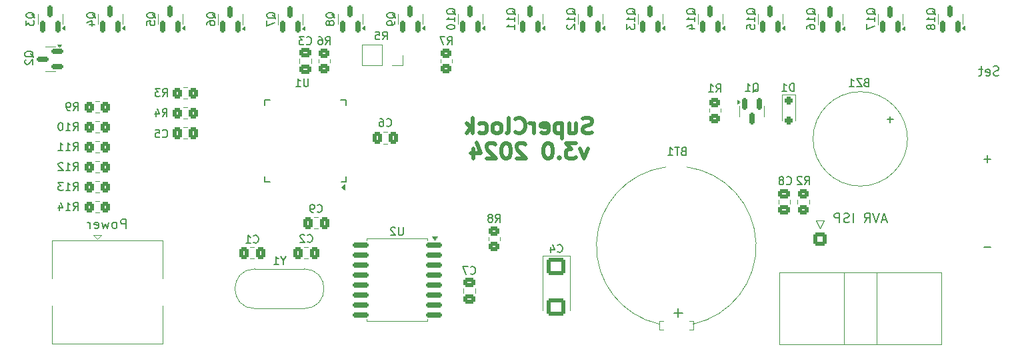
<source format=gbo>
%TF.GenerationSoftware,KiCad,Pcbnew,8.0.5*%
%TF.CreationDate,2024-11-22T23:14:38+03:00*%
%TF.ProjectId,SuperClockController,53757065-7243-46c6-9f63-6b436f6e7472,rev?*%
%TF.SameCoordinates,Original*%
%TF.FileFunction,Legend,Bot*%
%TF.FilePolarity,Positive*%
%FSLAX46Y46*%
G04 Gerber Fmt 4.6, Leading zero omitted, Abs format (unit mm)*
G04 Created by KiCad (PCBNEW 8.0.5) date 2024-11-22 23:14:38*
%MOMM*%
%LPD*%
G01*
G04 APERTURE LIST*
G04 Aperture macros list*
%AMRoundRect*
0 Rectangle with rounded corners*
0 $1 Rounding radius*
0 $2 $3 $4 $5 $6 $7 $8 $9 X,Y pos of 4 corners*
0 Add a 4 corners polygon primitive as box body*
4,1,4,$2,$3,$4,$5,$6,$7,$8,$9,$2,$3,0*
0 Add four circle primitives for the rounded corners*
1,1,$1+$1,$2,$3*
1,1,$1+$1,$4,$5*
1,1,$1+$1,$6,$7*
1,1,$1+$1,$8,$9*
0 Add four rect primitives between the rounded corners*
20,1,$1+$1,$2,$3,$4,$5,0*
20,1,$1+$1,$4,$5,$6,$7,0*
20,1,$1+$1,$6,$7,$8,$9,0*
20,1,$1+$1,$8,$9,$2,$3,0*%
G04 Aperture macros list end*
%ADD10C,0.200000*%
%ADD11C,0.500000*%
%ADD12C,0.150000*%
%ADD13C,0.120000*%
%ADD14R,1.700000X1.700000*%
%ADD15C,4.000000*%
%ADD16C,2.100000*%
%ADD17C,1.750000*%
%ADD18O,1.700000X1.700000*%
%ADD19RoundRect,0.250000X0.350000X0.450000X-0.350000X0.450000X-0.350000X-0.450000X0.350000X-0.450000X0*%
%ADD20RoundRect,0.150000X0.150000X-0.587500X0.150000X0.587500X-0.150000X0.587500X-0.150000X-0.587500X0*%
%ADD21RoundRect,0.250000X-0.925000X0.875000X-0.925000X-0.875000X0.925000X-0.875000X0.925000X0.875000X0*%
%ADD22RoundRect,0.250000X-0.337500X-0.475000X0.337500X-0.475000X0.337500X0.475000X-0.337500X0.475000X0*%
%ADD23RoundRect,0.250000X-0.350000X-0.450000X0.350000X-0.450000X0.350000X0.450000X-0.350000X0.450000X0*%
%ADD24RoundRect,0.150000X0.875000X0.150000X-0.875000X0.150000X-0.875000X-0.150000X0.875000X-0.150000X0*%
%ADD25RoundRect,0.250000X-0.475000X0.337500X-0.475000X-0.337500X0.475000X-0.337500X0.475000X0.337500X0*%
%ADD26R,2.000000X1.600000*%
%ADD27O,2.000000X1.600000*%
%ADD28RoundRect,0.250000X0.337500X0.475000X-0.337500X0.475000X-0.337500X-0.475000X0.337500X-0.475000X0*%
%ADD29RoundRect,0.150000X-0.150000X0.587500X-0.150000X-0.587500X0.150000X-0.587500X0.150000X0.587500X0*%
%ADD30RoundRect,0.250000X0.450000X-0.350000X0.450000X0.350000X-0.450000X0.350000X-0.450000X-0.350000X0*%
%ADD31RoundRect,0.250000X-0.450000X0.350000X-0.450000X-0.350000X0.450000X-0.350000X0.450000X0.350000X0*%
%ADD32C,1.500000*%
%ADD33RoundRect,0.250000X0.475000X-0.337500X0.475000X0.337500X-0.475000X0.337500X-0.475000X-0.337500X0*%
%ADD34R,1.400000X1.400000*%
%ADD35C,1.400000*%
%ADD36C,3.000000*%
%ADD37RoundRect,0.150000X0.587500X0.150000X-0.587500X0.150000X-0.587500X-0.150000X0.587500X-0.150000X0*%
%ADD38RoundRect,0.250000X-0.600000X0.600000X-0.600000X-0.600000X0.600000X-0.600000X0.600000X0.600000X0*%
%ADD39C,1.700000*%
%ADD40R,0.550000X1.500000*%
%ADD41R,1.500000X0.550000*%
%ADD42RoundRect,0.250000X-0.250000X0.250000X-0.250000X-0.250000X0.250000X-0.250000X0.250000X0.250000X0*%
%ADD43R,2.000000X2.000000*%
%ADD44C,2.000000*%
G04 APERTURE END LIST*
D10*
X218242999Y-63031600D02*
X218071571Y-63088742D01*
X218071571Y-63088742D02*
X217785856Y-63088742D01*
X217785856Y-63088742D02*
X217671571Y-63031600D01*
X217671571Y-63031600D02*
X217614428Y-62974457D01*
X217614428Y-62974457D02*
X217557285Y-62860171D01*
X217557285Y-62860171D02*
X217557285Y-62745885D01*
X217557285Y-62745885D02*
X217614428Y-62631600D01*
X217614428Y-62631600D02*
X217671571Y-62574457D01*
X217671571Y-62574457D02*
X217785856Y-62517314D01*
X217785856Y-62517314D02*
X218014428Y-62460171D01*
X218014428Y-62460171D02*
X218128713Y-62403028D01*
X218128713Y-62403028D02*
X218185856Y-62345885D01*
X218185856Y-62345885D02*
X218242999Y-62231600D01*
X218242999Y-62231600D02*
X218242999Y-62117314D01*
X218242999Y-62117314D02*
X218185856Y-62003028D01*
X218185856Y-62003028D02*
X218128713Y-61945885D01*
X218128713Y-61945885D02*
X218014428Y-61888742D01*
X218014428Y-61888742D02*
X217728713Y-61888742D01*
X217728713Y-61888742D02*
X217557285Y-61945885D01*
X216585856Y-63031600D02*
X216700142Y-63088742D01*
X216700142Y-63088742D02*
X216928714Y-63088742D01*
X216928714Y-63088742D02*
X217042999Y-63031600D01*
X217042999Y-63031600D02*
X217100142Y-62917314D01*
X217100142Y-62917314D02*
X217100142Y-62460171D01*
X217100142Y-62460171D02*
X217042999Y-62345885D01*
X217042999Y-62345885D02*
X216928714Y-62288742D01*
X216928714Y-62288742D02*
X216700142Y-62288742D01*
X216700142Y-62288742D02*
X216585856Y-62345885D01*
X216585856Y-62345885D02*
X216528714Y-62460171D01*
X216528714Y-62460171D02*
X216528714Y-62574457D01*
X216528714Y-62574457D02*
X217100142Y-62688742D01*
X216185857Y-62288742D02*
X215728714Y-62288742D01*
X216014428Y-61888742D02*
X216014428Y-62917314D01*
X216014428Y-62917314D02*
X215957285Y-63031600D01*
X215957285Y-63031600D02*
X215843000Y-63088742D01*
X215843000Y-63088742D02*
X215728714Y-63088742D01*
X203982850Y-81414885D02*
X203411422Y-81414885D01*
X204097136Y-81757742D02*
X203697136Y-80557742D01*
X203697136Y-80557742D02*
X203297136Y-81757742D01*
X203068565Y-80557742D02*
X202668565Y-81757742D01*
X202668565Y-81757742D02*
X202268565Y-80557742D01*
X201182851Y-81757742D02*
X201582851Y-81186314D01*
X201868565Y-81757742D02*
X201868565Y-80557742D01*
X201868565Y-80557742D02*
X201411422Y-80557742D01*
X201411422Y-80557742D02*
X201297137Y-80614885D01*
X201297137Y-80614885D02*
X201239994Y-80672028D01*
X201239994Y-80672028D02*
X201182851Y-80786314D01*
X201182851Y-80786314D02*
X201182851Y-80957742D01*
X201182851Y-80957742D02*
X201239994Y-81072028D01*
X201239994Y-81072028D02*
X201297137Y-81129171D01*
X201297137Y-81129171D02*
X201411422Y-81186314D01*
X201411422Y-81186314D02*
X201868565Y-81186314D01*
X199754279Y-81757742D02*
X199754279Y-80557742D01*
X199239993Y-81700600D02*
X199068565Y-81757742D01*
X199068565Y-81757742D02*
X198782850Y-81757742D01*
X198782850Y-81757742D02*
X198668565Y-81700600D01*
X198668565Y-81700600D02*
X198611422Y-81643457D01*
X198611422Y-81643457D02*
X198554279Y-81529171D01*
X198554279Y-81529171D02*
X198554279Y-81414885D01*
X198554279Y-81414885D02*
X198611422Y-81300600D01*
X198611422Y-81300600D02*
X198668565Y-81243457D01*
X198668565Y-81243457D02*
X198782850Y-81186314D01*
X198782850Y-81186314D02*
X199011422Y-81129171D01*
X199011422Y-81129171D02*
X199125707Y-81072028D01*
X199125707Y-81072028D02*
X199182850Y-81014885D01*
X199182850Y-81014885D02*
X199239993Y-80900600D01*
X199239993Y-80900600D02*
X199239993Y-80786314D01*
X199239993Y-80786314D02*
X199182850Y-80672028D01*
X199182850Y-80672028D02*
X199125707Y-80614885D01*
X199125707Y-80614885D02*
X199011422Y-80557742D01*
X199011422Y-80557742D02*
X198725707Y-80557742D01*
X198725707Y-80557742D02*
X198554279Y-80614885D01*
X198039993Y-81757742D02*
X198039993Y-80557742D01*
X198039993Y-80557742D02*
X197582850Y-80557742D01*
X197582850Y-80557742D02*
X197468565Y-80614885D01*
X197468565Y-80614885D02*
X197411422Y-80672028D01*
X197411422Y-80672028D02*
X197354279Y-80786314D01*
X197354279Y-80786314D02*
X197354279Y-80957742D01*
X197354279Y-80957742D02*
X197411422Y-81072028D01*
X197411422Y-81072028D02*
X197468565Y-81129171D01*
X197468565Y-81129171D02*
X197582850Y-81186314D01*
X197582850Y-81186314D02*
X198039993Y-81186314D01*
X107405707Y-82519742D02*
X107405707Y-81319742D01*
X107405707Y-81319742D02*
X106948564Y-81319742D01*
X106948564Y-81319742D02*
X106834279Y-81376885D01*
X106834279Y-81376885D02*
X106777136Y-81434028D01*
X106777136Y-81434028D02*
X106719993Y-81548314D01*
X106719993Y-81548314D02*
X106719993Y-81719742D01*
X106719993Y-81719742D02*
X106777136Y-81834028D01*
X106777136Y-81834028D02*
X106834279Y-81891171D01*
X106834279Y-81891171D02*
X106948564Y-81948314D01*
X106948564Y-81948314D02*
X107405707Y-81948314D01*
X106034279Y-82519742D02*
X106148564Y-82462600D01*
X106148564Y-82462600D02*
X106205707Y-82405457D01*
X106205707Y-82405457D02*
X106262850Y-82291171D01*
X106262850Y-82291171D02*
X106262850Y-81948314D01*
X106262850Y-81948314D02*
X106205707Y-81834028D01*
X106205707Y-81834028D02*
X106148564Y-81776885D01*
X106148564Y-81776885D02*
X106034279Y-81719742D01*
X106034279Y-81719742D02*
X105862850Y-81719742D01*
X105862850Y-81719742D02*
X105748564Y-81776885D01*
X105748564Y-81776885D02*
X105691422Y-81834028D01*
X105691422Y-81834028D02*
X105634279Y-81948314D01*
X105634279Y-81948314D02*
X105634279Y-82291171D01*
X105634279Y-82291171D02*
X105691422Y-82405457D01*
X105691422Y-82405457D02*
X105748564Y-82462600D01*
X105748564Y-82462600D02*
X105862850Y-82519742D01*
X105862850Y-82519742D02*
X106034279Y-82519742D01*
X105234279Y-81719742D02*
X105005708Y-82519742D01*
X105005708Y-82519742D02*
X104777136Y-81948314D01*
X104777136Y-81948314D02*
X104548565Y-82519742D01*
X104548565Y-82519742D02*
X104319993Y-81719742D01*
X103405707Y-82462600D02*
X103519993Y-82519742D01*
X103519993Y-82519742D02*
X103748565Y-82519742D01*
X103748565Y-82519742D02*
X103862850Y-82462600D01*
X103862850Y-82462600D02*
X103919993Y-82348314D01*
X103919993Y-82348314D02*
X103919993Y-81891171D01*
X103919993Y-81891171D02*
X103862850Y-81776885D01*
X103862850Y-81776885D02*
X103748565Y-81719742D01*
X103748565Y-81719742D02*
X103519993Y-81719742D01*
X103519993Y-81719742D02*
X103405707Y-81776885D01*
X103405707Y-81776885D02*
X103348565Y-81891171D01*
X103348565Y-81891171D02*
X103348565Y-82005457D01*
X103348565Y-82005457D02*
X103919993Y-82119742D01*
X102834279Y-82519742D02*
X102834279Y-81719742D01*
X102834279Y-81948314D02*
X102777136Y-81834028D01*
X102777136Y-81834028D02*
X102719994Y-81776885D01*
X102719994Y-81776885D02*
X102605708Y-81719742D01*
X102605708Y-81719742D02*
X102491422Y-81719742D01*
X217246142Y-84856600D02*
X216331857Y-84856600D01*
X217246142Y-73680600D02*
X216331857Y-73680600D01*
X216788999Y-74137742D02*
X216788999Y-73223457D01*
D11*
X166575381Y-70328112D02*
X166289667Y-70423350D01*
X166289667Y-70423350D02*
X165813476Y-70423350D01*
X165813476Y-70423350D02*
X165623000Y-70328112D01*
X165623000Y-70328112D02*
X165527762Y-70232873D01*
X165527762Y-70232873D02*
X165432524Y-70042397D01*
X165432524Y-70042397D02*
X165432524Y-69851921D01*
X165432524Y-69851921D02*
X165527762Y-69661445D01*
X165527762Y-69661445D02*
X165623000Y-69566207D01*
X165623000Y-69566207D02*
X165813476Y-69470969D01*
X165813476Y-69470969D02*
X166194429Y-69375731D01*
X166194429Y-69375731D02*
X166384905Y-69280492D01*
X166384905Y-69280492D02*
X166480143Y-69185254D01*
X166480143Y-69185254D02*
X166575381Y-68994778D01*
X166575381Y-68994778D02*
X166575381Y-68804302D01*
X166575381Y-68804302D02*
X166480143Y-68613826D01*
X166480143Y-68613826D02*
X166384905Y-68518588D01*
X166384905Y-68518588D02*
X166194429Y-68423350D01*
X166194429Y-68423350D02*
X165718238Y-68423350D01*
X165718238Y-68423350D02*
X165432524Y-68518588D01*
X163718238Y-69090016D02*
X163718238Y-70423350D01*
X164575381Y-69090016D02*
X164575381Y-70137635D01*
X164575381Y-70137635D02*
X164480143Y-70328112D01*
X164480143Y-70328112D02*
X164289667Y-70423350D01*
X164289667Y-70423350D02*
X164003952Y-70423350D01*
X164003952Y-70423350D02*
X163813476Y-70328112D01*
X163813476Y-70328112D02*
X163718238Y-70232873D01*
X162765857Y-69090016D02*
X162765857Y-71090016D01*
X162765857Y-69185254D02*
X162575381Y-69090016D01*
X162575381Y-69090016D02*
X162194428Y-69090016D01*
X162194428Y-69090016D02*
X162003952Y-69185254D01*
X162003952Y-69185254D02*
X161908714Y-69280492D01*
X161908714Y-69280492D02*
X161813476Y-69470969D01*
X161813476Y-69470969D02*
X161813476Y-70042397D01*
X161813476Y-70042397D02*
X161908714Y-70232873D01*
X161908714Y-70232873D02*
X162003952Y-70328112D01*
X162003952Y-70328112D02*
X162194428Y-70423350D01*
X162194428Y-70423350D02*
X162575381Y-70423350D01*
X162575381Y-70423350D02*
X162765857Y-70328112D01*
X160194428Y-70328112D02*
X160384904Y-70423350D01*
X160384904Y-70423350D02*
X160765857Y-70423350D01*
X160765857Y-70423350D02*
X160956333Y-70328112D01*
X160956333Y-70328112D02*
X161051571Y-70137635D01*
X161051571Y-70137635D02*
X161051571Y-69375731D01*
X161051571Y-69375731D02*
X160956333Y-69185254D01*
X160956333Y-69185254D02*
X160765857Y-69090016D01*
X160765857Y-69090016D02*
X160384904Y-69090016D01*
X160384904Y-69090016D02*
X160194428Y-69185254D01*
X160194428Y-69185254D02*
X160099190Y-69375731D01*
X160099190Y-69375731D02*
X160099190Y-69566207D01*
X160099190Y-69566207D02*
X161051571Y-69756683D01*
X159242047Y-70423350D02*
X159242047Y-69090016D01*
X159242047Y-69470969D02*
X159146809Y-69280492D01*
X159146809Y-69280492D02*
X159051571Y-69185254D01*
X159051571Y-69185254D02*
X158861095Y-69090016D01*
X158861095Y-69090016D02*
X158670618Y-69090016D01*
X156861095Y-70232873D02*
X156956333Y-70328112D01*
X156956333Y-70328112D02*
X157242047Y-70423350D01*
X157242047Y-70423350D02*
X157432523Y-70423350D01*
X157432523Y-70423350D02*
X157718238Y-70328112D01*
X157718238Y-70328112D02*
X157908714Y-70137635D01*
X157908714Y-70137635D02*
X158003952Y-69947159D01*
X158003952Y-69947159D02*
X158099190Y-69566207D01*
X158099190Y-69566207D02*
X158099190Y-69280492D01*
X158099190Y-69280492D02*
X158003952Y-68899540D01*
X158003952Y-68899540D02*
X157908714Y-68709064D01*
X157908714Y-68709064D02*
X157718238Y-68518588D01*
X157718238Y-68518588D02*
X157432523Y-68423350D01*
X157432523Y-68423350D02*
X157242047Y-68423350D01*
X157242047Y-68423350D02*
X156956333Y-68518588D01*
X156956333Y-68518588D02*
X156861095Y-68613826D01*
X155718238Y-70423350D02*
X155908714Y-70328112D01*
X155908714Y-70328112D02*
X156003952Y-70137635D01*
X156003952Y-70137635D02*
X156003952Y-68423350D01*
X154670619Y-70423350D02*
X154861095Y-70328112D01*
X154861095Y-70328112D02*
X154956333Y-70232873D01*
X154956333Y-70232873D02*
X155051571Y-70042397D01*
X155051571Y-70042397D02*
X155051571Y-69470969D01*
X155051571Y-69470969D02*
X154956333Y-69280492D01*
X154956333Y-69280492D02*
X154861095Y-69185254D01*
X154861095Y-69185254D02*
X154670619Y-69090016D01*
X154670619Y-69090016D02*
X154384904Y-69090016D01*
X154384904Y-69090016D02*
X154194428Y-69185254D01*
X154194428Y-69185254D02*
X154099190Y-69280492D01*
X154099190Y-69280492D02*
X154003952Y-69470969D01*
X154003952Y-69470969D02*
X154003952Y-70042397D01*
X154003952Y-70042397D02*
X154099190Y-70232873D01*
X154099190Y-70232873D02*
X154194428Y-70328112D01*
X154194428Y-70328112D02*
X154384904Y-70423350D01*
X154384904Y-70423350D02*
X154670619Y-70423350D01*
X152289666Y-70328112D02*
X152480142Y-70423350D01*
X152480142Y-70423350D02*
X152861095Y-70423350D01*
X152861095Y-70423350D02*
X153051571Y-70328112D01*
X153051571Y-70328112D02*
X153146809Y-70232873D01*
X153146809Y-70232873D02*
X153242047Y-70042397D01*
X153242047Y-70042397D02*
X153242047Y-69470969D01*
X153242047Y-69470969D02*
X153146809Y-69280492D01*
X153146809Y-69280492D02*
X153051571Y-69185254D01*
X153051571Y-69185254D02*
X152861095Y-69090016D01*
X152861095Y-69090016D02*
X152480142Y-69090016D01*
X152480142Y-69090016D02*
X152289666Y-69185254D01*
X151432523Y-70423350D02*
X151432523Y-68423350D01*
X151242047Y-69661445D02*
X150670618Y-70423350D01*
X150670618Y-69090016D02*
X151432523Y-69851921D01*
X166051571Y-72309904D02*
X165575381Y-73643238D01*
X165575381Y-73643238D02*
X165099190Y-72309904D01*
X164527761Y-71643238D02*
X163289666Y-71643238D01*
X163289666Y-71643238D02*
X163956333Y-72405142D01*
X163956333Y-72405142D02*
X163670618Y-72405142D01*
X163670618Y-72405142D02*
X163480142Y-72500380D01*
X163480142Y-72500380D02*
X163384904Y-72595619D01*
X163384904Y-72595619D02*
X163289666Y-72786095D01*
X163289666Y-72786095D02*
X163289666Y-73262285D01*
X163289666Y-73262285D02*
X163384904Y-73452761D01*
X163384904Y-73452761D02*
X163480142Y-73548000D01*
X163480142Y-73548000D02*
X163670618Y-73643238D01*
X163670618Y-73643238D02*
X164242047Y-73643238D01*
X164242047Y-73643238D02*
X164432523Y-73548000D01*
X164432523Y-73548000D02*
X164527761Y-73452761D01*
X162432523Y-73452761D02*
X162337285Y-73548000D01*
X162337285Y-73548000D02*
X162432523Y-73643238D01*
X162432523Y-73643238D02*
X162527761Y-73548000D01*
X162527761Y-73548000D02*
X162432523Y-73452761D01*
X162432523Y-73452761D02*
X162432523Y-73643238D01*
X161099190Y-71643238D02*
X160908713Y-71643238D01*
X160908713Y-71643238D02*
X160718237Y-71738476D01*
X160718237Y-71738476D02*
X160622999Y-71833714D01*
X160622999Y-71833714D02*
X160527761Y-72024190D01*
X160527761Y-72024190D02*
X160432523Y-72405142D01*
X160432523Y-72405142D02*
X160432523Y-72881333D01*
X160432523Y-72881333D02*
X160527761Y-73262285D01*
X160527761Y-73262285D02*
X160622999Y-73452761D01*
X160622999Y-73452761D02*
X160718237Y-73548000D01*
X160718237Y-73548000D02*
X160908713Y-73643238D01*
X160908713Y-73643238D02*
X161099190Y-73643238D01*
X161099190Y-73643238D02*
X161289666Y-73548000D01*
X161289666Y-73548000D02*
X161384904Y-73452761D01*
X161384904Y-73452761D02*
X161480142Y-73262285D01*
X161480142Y-73262285D02*
X161575380Y-72881333D01*
X161575380Y-72881333D02*
X161575380Y-72405142D01*
X161575380Y-72405142D02*
X161480142Y-72024190D01*
X161480142Y-72024190D02*
X161384904Y-71833714D01*
X161384904Y-71833714D02*
X161289666Y-71738476D01*
X161289666Y-71738476D02*
X161099190Y-71643238D01*
X158146808Y-71833714D02*
X158051570Y-71738476D01*
X158051570Y-71738476D02*
X157861094Y-71643238D01*
X157861094Y-71643238D02*
X157384903Y-71643238D01*
X157384903Y-71643238D02*
X157194427Y-71738476D01*
X157194427Y-71738476D02*
X157099189Y-71833714D01*
X157099189Y-71833714D02*
X157003951Y-72024190D01*
X157003951Y-72024190D02*
X157003951Y-72214666D01*
X157003951Y-72214666D02*
X157099189Y-72500380D01*
X157099189Y-72500380D02*
X158242046Y-73643238D01*
X158242046Y-73643238D02*
X157003951Y-73643238D01*
X155765856Y-71643238D02*
X155575379Y-71643238D01*
X155575379Y-71643238D02*
X155384903Y-71738476D01*
X155384903Y-71738476D02*
X155289665Y-71833714D01*
X155289665Y-71833714D02*
X155194427Y-72024190D01*
X155194427Y-72024190D02*
X155099189Y-72405142D01*
X155099189Y-72405142D02*
X155099189Y-72881333D01*
X155099189Y-72881333D02*
X155194427Y-73262285D01*
X155194427Y-73262285D02*
X155289665Y-73452761D01*
X155289665Y-73452761D02*
X155384903Y-73548000D01*
X155384903Y-73548000D02*
X155575379Y-73643238D01*
X155575379Y-73643238D02*
X155765856Y-73643238D01*
X155765856Y-73643238D02*
X155956332Y-73548000D01*
X155956332Y-73548000D02*
X156051570Y-73452761D01*
X156051570Y-73452761D02*
X156146808Y-73262285D01*
X156146808Y-73262285D02*
X156242046Y-72881333D01*
X156242046Y-72881333D02*
X156242046Y-72405142D01*
X156242046Y-72405142D02*
X156146808Y-72024190D01*
X156146808Y-72024190D02*
X156051570Y-71833714D01*
X156051570Y-71833714D02*
X155956332Y-71738476D01*
X155956332Y-71738476D02*
X155765856Y-71643238D01*
X154337284Y-71833714D02*
X154242046Y-71738476D01*
X154242046Y-71738476D02*
X154051570Y-71643238D01*
X154051570Y-71643238D02*
X153575379Y-71643238D01*
X153575379Y-71643238D02*
X153384903Y-71738476D01*
X153384903Y-71738476D02*
X153289665Y-71833714D01*
X153289665Y-71833714D02*
X153194427Y-72024190D01*
X153194427Y-72024190D02*
X153194427Y-72214666D01*
X153194427Y-72214666D02*
X153289665Y-72500380D01*
X153289665Y-72500380D02*
X154432522Y-73643238D01*
X154432522Y-73643238D02*
X153194427Y-73643238D01*
X151480141Y-72309904D02*
X151480141Y-73643238D01*
X151956332Y-71548000D02*
X152432522Y-72976571D01*
X152432522Y-72976571D02*
X151194427Y-72976571D01*
D12*
X100718857Y-70050819D02*
X101052190Y-69574628D01*
X101290285Y-70050819D02*
X101290285Y-69050819D01*
X101290285Y-69050819D02*
X100909333Y-69050819D01*
X100909333Y-69050819D02*
X100814095Y-69098438D01*
X100814095Y-69098438D02*
X100766476Y-69146057D01*
X100766476Y-69146057D02*
X100718857Y-69241295D01*
X100718857Y-69241295D02*
X100718857Y-69384152D01*
X100718857Y-69384152D02*
X100766476Y-69479390D01*
X100766476Y-69479390D02*
X100814095Y-69527009D01*
X100814095Y-69527009D02*
X100909333Y-69574628D01*
X100909333Y-69574628D02*
X101290285Y-69574628D01*
X99766476Y-70050819D02*
X100337904Y-70050819D01*
X100052190Y-70050819D02*
X100052190Y-69050819D01*
X100052190Y-69050819D02*
X100147428Y-69193676D01*
X100147428Y-69193676D02*
X100242666Y-69288914D01*
X100242666Y-69288914D02*
X100337904Y-69336533D01*
X99147428Y-69050819D02*
X99052190Y-69050819D01*
X99052190Y-69050819D02*
X98956952Y-69098438D01*
X98956952Y-69098438D02*
X98909333Y-69146057D01*
X98909333Y-69146057D02*
X98861714Y-69241295D01*
X98861714Y-69241295D02*
X98814095Y-69431771D01*
X98814095Y-69431771D02*
X98814095Y-69669866D01*
X98814095Y-69669866D02*
X98861714Y-69860342D01*
X98861714Y-69860342D02*
X98909333Y-69955580D01*
X98909333Y-69955580D02*
X98956952Y-70003200D01*
X98956952Y-70003200D02*
X99052190Y-70050819D01*
X99052190Y-70050819D02*
X99147428Y-70050819D01*
X99147428Y-70050819D02*
X99242666Y-70003200D01*
X99242666Y-70003200D02*
X99290285Y-69955580D01*
X99290285Y-69955580D02*
X99337904Y-69860342D01*
X99337904Y-69860342D02*
X99385523Y-69669866D01*
X99385523Y-69669866D02*
X99385523Y-69431771D01*
X99385523Y-69431771D02*
X99337904Y-69241295D01*
X99337904Y-69241295D02*
X99290285Y-69146057D01*
X99290285Y-69146057D02*
X99242666Y-69098438D01*
X99242666Y-69098438D02*
X99147428Y-69050819D01*
X187367057Y-55308571D02*
X187319438Y-55213333D01*
X187319438Y-55213333D02*
X187224200Y-55118095D01*
X187224200Y-55118095D02*
X187081342Y-54975238D01*
X187081342Y-54975238D02*
X187033723Y-54880000D01*
X187033723Y-54880000D02*
X187033723Y-54784762D01*
X187271819Y-54832381D02*
X187224200Y-54737143D01*
X187224200Y-54737143D02*
X187128961Y-54641905D01*
X187128961Y-54641905D02*
X186938485Y-54594286D01*
X186938485Y-54594286D02*
X186605152Y-54594286D01*
X186605152Y-54594286D02*
X186414676Y-54641905D01*
X186414676Y-54641905D02*
X186319438Y-54737143D01*
X186319438Y-54737143D02*
X186271819Y-54832381D01*
X186271819Y-54832381D02*
X186271819Y-55022857D01*
X186271819Y-55022857D02*
X186319438Y-55118095D01*
X186319438Y-55118095D02*
X186414676Y-55213333D01*
X186414676Y-55213333D02*
X186605152Y-55260952D01*
X186605152Y-55260952D02*
X186938485Y-55260952D01*
X186938485Y-55260952D02*
X187128961Y-55213333D01*
X187128961Y-55213333D02*
X187224200Y-55118095D01*
X187224200Y-55118095D02*
X187271819Y-55022857D01*
X187271819Y-55022857D02*
X187271819Y-54832381D01*
X187271819Y-56213333D02*
X187271819Y-55641905D01*
X187271819Y-55927619D02*
X186271819Y-55927619D01*
X186271819Y-55927619D02*
X186414676Y-55832381D01*
X186414676Y-55832381D02*
X186509914Y-55737143D01*
X186509914Y-55737143D02*
X186557533Y-55641905D01*
X186271819Y-57118095D02*
X186271819Y-56641905D01*
X186271819Y-56641905D02*
X186748009Y-56594286D01*
X186748009Y-56594286D02*
X186700390Y-56641905D01*
X186700390Y-56641905D02*
X186652771Y-56737143D01*
X186652771Y-56737143D02*
X186652771Y-56975238D01*
X186652771Y-56975238D02*
X186700390Y-57070476D01*
X186700390Y-57070476D02*
X186748009Y-57118095D01*
X186748009Y-57118095D02*
X186843247Y-57165714D01*
X186843247Y-57165714D02*
X187081342Y-57165714D01*
X187081342Y-57165714D02*
X187176580Y-57118095D01*
X187176580Y-57118095D02*
X187224200Y-57070476D01*
X187224200Y-57070476D02*
X187271819Y-56975238D01*
X187271819Y-56975238D02*
X187271819Y-56737143D01*
X187271819Y-56737143D02*
X187224200Y-56641905D01*
X187224200Y-56641905D02*
X187176580Y-56594286D01*
X162218666Y-85449580D02*
X162266285Y-85497200D01*
X162266285Y-85497200D02*
X162409142Y-85544819D01*
X162409142Y-85544819D02*
X162504380Y-85544819D01*
X162504380Y-85544819D02*
X162647237Y-85497200D01*
X162647237Y-85497200D02*
X162742475Y-85401961D01*
X162742475Y-85401961D02*
X162790094Y-85306723D01*
X162790094Y-85306723D02*
X162837713Y-85116247D01*
X162837713Y-85116247D02*
X162837713Y-84973390D01*
X162837713Y-84973390D02*
X162790094Y-84782914D01*
X162790094Y-84782914D02*
X162742475Y-84687676D01*
X162742475Y-84687676D02*
X162647237Y-84592438D01*
X162647237Y-84592438D02*
X162504380Y-84544819D01*
X162504380Y-84544819D02*
X162409142Y-84544819D01*
X162409142Y-84544819D02*
X162266285Y-84592438D01*
X162266285Y-84592438D02*
X162218666Y-84640057D01*
X161361523Y-84878152D02*
X161361523Y-85544819D01*
X161599618Y-84497200D02*
X161837713Y-85211485D01*
X161837713Y-85211485D02*
X161218666Y-85211485D01*
X130468666Y-84179580D02*
X130516285Y-84227200D01*
X130516285Y-84227200D02*
X130659142Y-84274819D01*
X130659142Y-84274819D02*
X130754380Y-84274819D01*
X130754380Y-84274819D02*
X130897237Y-84227200D01*
X130897237Y-84227200D02*
X130992475Y-84131961D01*
X130992475Y-84131961D02*
X131040094Y-84036723D01*
X131040094Y-84036723D02*
X131087713Y-83846247D01*
X131087713Y-83846247D02*
X131087713Y-83703390D01*
X131087713Y-83703390D02*
X131040094Y-83512914D01*
X131040094Y-83512914D02*
X130992475Y-83417676D01*
X130992475Y-83417676D02*
X130897237Y-83322438D01*
X130897237Y-83322438D02*
X130754380Y-83274819D01*
X130754380Y-83274819D02*
X130659142Y-83274819D01*
X130659142Y-83274819D02*
X130516285Y-83322438D01*
X130516285Y-83322438D02*
X130468666Y-83370057D01*
X130087713Y-83370057D02*
X130040094Y-83322438D01*
X130040094Y-83322438D02*
X129944856Y-83274819D01*
X129944856Y-83274819D02*
X129706761Y-83274819D01*
X129706761Y-83274819D02*
X129611523Y-83322438D01*
X129611523Y-83322438D02*
X129563904Y-83370057D01*
X129563904Y-83370057D02*
X129516285Y-83465295D01*
X129516285Y-83465295D02*
X129516285Y-83560533D01*
X129516285Y-83560533D02*
X129563904Y-83703390D01*
X129563904Y-83703390D02*
X130135332Y-84274819D01*
X130135332Y-84274819D02*
X129516285Y-84274819D01*
X140501666Y-69447580D02*
X140549285Y-69495200D01*
X140549285Y-69495200D02*
X140692142Y-69542819D01*
X140692142Y-69542819D02*
X140787380Y-69542819D01*
X140787380Y-69542819D02*
X140930237Y-69495200D01*
X140930237Y-69495200D02*
X141025475Y-69399961D01*
X141025475Y-69399961D02*
X141073094Y-69304723D01*
X141073094Y-69304723D02*
X141120713Y-69114247D01*
X141120713Y-69114247D02*
X141120713Y-68971390D01*
X141120713Y-68971390D02*
X141073094Y-68780914D01*
X141073094Y-68780914D02*
X141025475Y-68685676D01*
X141025475Y-68685676D02*
X140930237Y-68590438D01*
X140930237Y-68590438D02*
X140787380Y-68542819D01*
X140787380Y-68542819D02*
X140692142Y-68542819D01*
X140692142Y-68542819D02*
X140549285Y-68590438D01*
X140549285Y-68590438D02*
X140501666Y-68638057D01*
X139644523Y-68542819D02*
X139834999Y-68542819D01*
X139834999Y-68542819D02*
X139930237Y-68590438D01*
X139930237Y-68590438D02*
X139977856Y-68638057D01*
X139977856Y-68638057D02*
X140073094Y-68780914D01*
X140073094Y-68780914D02*
X140120713Y-68971390D01*
X140120713Y-68971390D02*
X140120713Y-69352342D01*
X140120713Y-69352342D02*
X140073094Y-69447580D01*
X140073094Y-69447580D02*
X140025475Y-69495200D01*
X140025475Y-69495200D02*
X139930237Y-69542819D01*
X139930237Y-69542819D02*
X139739761Y-69542819D01*
X139739761Y-69542819D02*
X139644523Y-69495200D01*
X139644523Y-69495200D02*
X139596904Y-69447580D01*
X139596904Y-69447580D02*
X139549285Y-69352342D01*
X139549285Y-69352342D02*
X139549285Y-69114247D01*
X139549285Y-69114247D02*
X139596904Y-69019009D01*
X139596904Y-69019009D02*
X139644523Y-68971390D01*
X139644523Y-68971390D02*
X139739761Y-68923771D01*
X139739761Y-68923771D02*
X139930237Y-68923771D01*
X139930237Y-68923771D02*
X140025475Y-68971390D01*
X140025475Y-68971390D02*
X140073094Y-69019009D01*
X140073094Y-69019009D02*
X140120713Y-69114247D01*
X112053666Y-65732819D02*
X112386999Y-65256628D01*
X112625094Y-65732819D02*
X112625094Y-64732819D01*
X112625094Y-64732819D02*
X112244142Y-64732819D01*
X112244142Y-64732819D02*
X112148904Y-64780438D01*
X112148904Y-64780438D02*
X112101285Y-64828057D01*
X112101285Y-64828057D02*
X112053666Y-64923295D01*
X112053666Y-64923295D02*
X112053666Y-65066152D01*
X112053666Y-65066152D02*
X112101285Y-65161390D01*
X112101285Y-65161390D02*
X112148904Y-65209009D01*
X112148904Y-65209009D02*
X112244142Y-65256628D01*
X112244142Y-65256628D02*
X112625094Y-65256628D01*
X111720332Y-64732819D02*
X111101285Y-64732819D01*
X111101285Y-64732819D02*
X111434618Y-65113771D01*
X111434618Y-65113771D02*
X111291761Y-65113771D01*
X111291761Y-65113771D02*
X111196523Y-65161390D01*
X111196523Y-65161390D02*
X111148904Y-65209009D01*
X111148904Y-65209009D02*
X111101285Y-65304247D01*
X111101285Y-65304247D02*
X111101285Y-65542342D01*
X111101285Y-65542342D02*
X111148904Y-65637580D01*
X111148904Y-65637580D02*
X111196523Y-65685200D01*
X111196523Y-65685200D02*
X111291761Y-65732819D01*
X111291761Y-65732819D02*
X111577475Y-65732819D01*
X111577475Y-65732819D02*
X111672713Y-65685200D01*
X111672713Y-65685200D02*
X111720332Y-65637580D01*
X142595504Y-82360419D02*
X142595504Y-83169942D01*
X142595504Y-83169942D02*
X142547885Y-83265180D01*
X142547885Y-83265180D02*
X142500266Y-83312800D01*
X142500266Y-83312800D02*
X142405028Y-83360419D01*
X142405028Y-83360419D02*
X142214552Y-83360419D01*
X142214552Y-83360419D02*
X142119314Y-83312800D01*
X142119314Y-83312800D02*
X142071695Y-83265180D01*
X142071695Y-83265180D02*
X142024076Y-83169942D01*
X142024076Y-83169942D02*
X142024076Y-82360419D01*
X141595504Y-82455657D02*
X141547885Y-82408038D01*
X141547885Y-82408038D02*
X141452647Y-82360419D01*
X141452647Y-82360419D02*
X141214552Y-82360419D01*
X141214552Y-82360419D02*
X141119314Y-82408038D01*
X141119314Y-82408038D02*
X141071695Y-82455657D01*
X141071695Y-82455657D02*
X141024076Y-82550895D01*
X141024076Y-82550895D02*
X141024076Y-82646133D01*
X141024076Y-82646133D02*
X141071695Y-82788990D01*
X141071695Y-82788990D02*
X141643123Y-83360419D01*
X141643123Y-83360419D02*
X141024076Y-83360419D01*
X151169666Y-88243580D02*
X151217285Y-88291200D01*
X151217285Y-88291200D02*
X151360142Y-88338819D01*
X151360142Y-88338819D02*
X151455380Y-88338819D01*
X151455380Y-88338819D02*
X151598237Y-88291200D01*
X151598237Y-88291200D02*
X151693475Y-88195961D01*
X151693475Y-88195961D02*
X151741094Y-88100723D01*
X151741094Y-88100723D02*
X151788713Y-87910247D01*
X151788713Y-87910247D02*
X151788713Y-87767390D01*
X151788713Y-87767390D02*
X151741094Y-87576914D01*
X151741094Y-87576914D02*
X151693475Y-87481676D01*
X151693475Y-87481676D02*
X151598237Y-87386438D01*
X151598237Y-87386438D02*
X151455380Y-87338819D01*
X151455380Y-87338819D02*
X151360142Y-87338819D01*
X151360142Y-87338819D02*
X151217285Y-87386438D01*
X151217285Y-87386438D02*
X151169666Y-87434057D01*
X150836332Y-87338819D02*
X150169666Y-87338819D01*
X150169666Y-87338819D02*
X150598237Y-88338819D01*
X172127057Y-55308571D02*
X172079438Y-55213333D01*
X172079438Y-55213333D02*
X171984200Y-55118095D01*
X171984200Y-55118095D02*
X171841342Y-54975238D01*
X171841342Y-54975238D02*
X171793723Y-54880000D01*
X171793723Y-54880000D02*
X171793723Y-54784762D01*
X172031819Y-54832381D02*
X171984200Y-54737143D01*
X171984200Y-54737143D02*
X171888961Y-54641905D01*
X171888961Y-54641905D02*
X171698485Y-54594286D01*
X171698485Y-54594286D02*
X171365152Y-54594286D01*
X171365152Y-54594286D02*
X171174676Y-54641905D01*
X171174676Y-54641905D02*
X171079438Y-54737143D01*
X171079438Y-54737143D02*
X171031819Y-54832381D01*
X171031819Y-54832381D02*
X171031819Y-55022857D01*
X171031819Y-55022857D02*
X171079438Y-55118095D01*
X171079438Y-55118095D02*
X171174676Y-55213333D01*
X171174676Y-55213333D02*
X171365152Y-55260952D01*
X171365152Y-55260952D02*
X171698485Y-55260952D01*
X171698485Y-55260952D02*
X171888961Y-55213333D01*
X171888961Y-55213333D02*
X171984200Y-55118095D01*
X171984200Y-55118095D02*
X172031819Y-55022857D01*
X172031819Y-55022857D02*
X172031819Y-54832381D01*
X172031819Y-56213333D02*
X172031819Y-55641905D01*
X172031819Y-55927619D02*
X171031819Y-55927619D01*
X171031819Y-55927619D02*
X171174676Y-55832381D01*
X171174676Y-55832381D02*
X171269914Y-55737143D01*
X171269914Y-55737143D02*
X171317533Y-55641905D01*
X171031819Y-56546667D02*
X171031819Y-57165714D01*
X171031819Y-57165714D02*
X171412771Y-56832381D01*
X171412771Y-56832381D02*
X171412771Y-56975238D01*
X171412771Y-56975238D02*
X171460390Y-57070476D01*
X171460390Y-57070476D02*
X171508009Y-57118095D01*
X171508009Y-57118095D02*
X171603247Y-57165714D01*
X171603247Y-57165714D02*
X171841342Y-57165714D01*
X171841342Y-57165714D02*
X171936580Y-57118095D01*
X171936580Y-57118095D02*
X171984200Y-57070476D01*
X171984200Y-57070476D02*
X172031819Y-56975238D01*
X172031819Y-56975238D02*
X172031819Y-56689524D01*
X172031819Y-56689524D02*
X171984200Y-56594286D01*
X171984200Y-56594286D02*
X171936580Y-56546667D01*
X95800057Y-55784761D02*
X95752438Y-55689523D01*
X95752438Y-55689523D02*
X95657200Y-55594285D01*
X95657200Y-55594285D02*
X95514342Y-55451428D01*
X95514342Y-55451428D02*
X95466723Y-55356190D01*
X95466723Y-55356190D02*
X95466723Y-55260952D01*
X95704819Y-55308571D02*
X95657200Y-55213333D01*
X95657200Y-55213333D02*
X95561961Y-55118095D01*
X95561961Y-55118095D02*
X95371485Y-55070476D01*
X95371485Y-55070476D02*
X95038152Y-55070476D01*
X95038152Y-55070476D02*
X94847676Y-55118095D01*
X94847676Y-55118095D02*
X94752438Y-55213333D01*
X94752438Y-55213333D02*
X94704819Y-55308571D01*
X94704819Y-55308571D02*
X94704819Y-55499047D01*
X94704819Y-55499047D02*
X94752438Y-55594285D01*
X94752438Y-55594285D02*
X94847676Y-55689523D01*
X94847676Y-55689523D02*
X95038152Y-55737142D01*
X95038152Y-55737142D02*
X95371485Y-55737142D01*
X95371485Y-55737142D02*
X95561961Y-55689523D01*
X95561961Y-55689523D02*
X95657200Y-55594285D01*
X95657200Y-55594285D02*
X95704819Y-55499047D01*
X95704819Y-55499047D02*
X95704819Y-55308571D01*
X94704819Y-56070476D02*
X94704819Y-56689523D01*
X94704819Y-56689523D02*
X95085771Y-56356190D01*
X95085771Y-56356190D02*
X95085771Y-56499047D01*
X95085771Y-56499047D02*
X95133390Y-56594285D01*
X95133390Y-56594285D02*
X95181009Y-56641904D01*
X95181009Y-56641904D02*
X95276247Y-56689523D01*
X95276247Y-56689523D02*
X95514342Y-56689523D01*
X95514342Y-56689523D02*
X95609580Y-56641904D01*
X95609580Y-56641904D02*
X95657200Y-56594285D01*
X95657200Y-56594285D02*
X95704819Y-56499047D01*
X95704819Y-56499047D02*
X95704819Y-56213333D01*
X95704819Y-56213333D02*
X95657200Y-56118095D01*
X95657200Y-56118095D02*
X95609580Y-56070476D01*
X100750666Y-67510819D02*
X101083999Y-67034628D01*
X101322094Y-67510819D02*
X101322094Y-66510819D01*
X101322094Y-66510819D02*
X100941142Y-66510819D01*
X100941142Y-66510819D02*
X100845904Y-66558438D01*
X100845904Y-66558438D02*
X100798285Y-66606057D01*
X100798285Y-66606057D02*
X100750666Y-66701295D01*
X100750666Y-66701295D02*
X100750666Y-66844152D01*
X100750666Y-66844152D02*
X100798285Y-66939390D01*
X100798285Y-66939390D02*
X100845904Y-66987009D01*
X100845904Y-66987009D02*
X100941142Y-67034628D01*
X100941142Y-67034628D02*
X101322094Y-67034628D01*
X100274475Y-67510819D02*
X100083999Y-67510819D01*
X100083999Y-67510819D02*
X99988761Y-67463200D01*
X99988761Y-67463200D02*
X99941142Y-67415580D01*
X99941142Y-67415580D02*
X99845904Y-67272723D01*
X99845904Y-67272723D02*
X99798285Y-67082247D01*
X99798285Y-67082247D02*
X99798285Y-66701295D01*
X99798285Y-66701295D02*
X99845904Y-66606057D01*
X99845904Y-66606057D02*
X99893523Y-66558438D01*
X99893523Y-66558438D02*
X99988761Y-66510819D01*
X99988761Y-66510819D02*
X100179237Y-66510819D01*
X100179237Y-66510819D02*
X100274475Y-66558438D01*
X100274475Y-66558438D02*
X100322094Y-66606057D01*
X100322094Y-66606057D02*
X100369713Y-66701295D01*
X100369713Y-66701295D02*
X100369713Y-66939390D01*
X100369713Y-66939390D02*
X100322094Y-67034628D01*
X100322094Y-67034628D02*
X100274475Y-67082247D01*
X100274475Y-67082247D02*
X100179237Y-67129866D01*
X100179237Y-67129866D02*
X99988761Y-67129866D01*
X99988761Y-67129866D02*
X99893523Y-67082247D01*
X99893523Y-67082247D02*
X99845904Y-67034628D01*
X99845904Y-67034628D02*
X99798285Y-66939390D01*
X178204593Y-72694009D02*
X178061736Y-72741628D01*
X178061736Y-72741628D02*
X178014117Y-72789247D01*
X178014117Y-72789247D02*
X177966498Y-72884485D01*
X177966498Y-72884485D02*
X177966498Y-73027342D01*
X177966498Y-73027342D02*
X178014117Y-73122580D01*
X178014117Y-73122580D02*
X178061736Y-73170200D01*
X178061736Y-73170200D02*
X178156974Y-73217819D01*
X178156974Y-73217819D02*
X178537926Y-73217819D01*
X178537926Y-73217819D02*
X178537926Y-72217819D01*
X178537926Y-72217819D02*
X178204593Y-72217819D01*
X178204593Y-72217819D02*
X178109355Y-72265438D01*
X178109355Y-72265438D02*
X178061736Y-72313057D01*
X178061736Y-72313057D02*
X178014117Y-72408295D01*
X178014117Y-72408295D02*
X178014117Y-72503533D01*
X178014117Y-72503533D02*
X178061736Y-72598771D01*
X178061736Y-72598771D02*
X178109355Y-72646390D01*
X178109355Y-72646390D02*
X178204593Y-72694009D01*
X178204593Y-72694009D02*
X178537926Y-72694009D01*
X177680783Y-72217819D02*
X177109355Y-72217819D01*
X177395069Y-73217819D02*
X177395069Y-72217819D01*
X176252212Y-73217819D02*
X176823640Y-73217819D01*
X176537926Y-73217819D02*
X176537926Y-72217819D01*
X176537926Y-72217819D02*
X176633164Y-72360676D01*
X176633164Y-72360676D02*
X176728402Y-72455914D01*
X176728402Y-72455914D02*
X176823640Y-72503533D01*
X177533700Y-92646571D02*
X177533700Y-93789429D01*
X178105128Y-93218000D02*
X176962271Y-93218000D01*
X103547057Y-55784761D02*
X103499438Y-55689523D01*
X103499438Y-55689523D02*
X103404200Y-55594285D01*
X103404200Y-55594285D02*
X103261342Y-55451428D01*
X103261342Y-55451428D02*
X103213723Y-55356190D01*
X103213723Y-55356190D02*
X103213723Y-55260952D01*
X103451819Y-55308571D02*
X103404200Y-55213333D01*
X103404200Y-55213333D02*
X103308961Y-55118095D01*
X103308961Y-55118095D02*
X103118485Y-55070476D01*
X103118485Y-55070476D02*
X102785152Y-55070476D01*
X102785152Y-55070476D02*
X102594676Y-55118095D01*
X102594676Y-55118095D02*
X102499438Y-55213333D01*
X102499438Y-55213333D02*
X102451819Y-55308571D01*
X102451819Y-55308571D02*
X102451819Y-55499047D01*
X102451819Y-55499047D02*
X102499438Y-55594285D01*
X102499438Y-55594285D02*
X102594676Y-55689523D01*
X102594676Y-55689523D02*
X102785152Y-55737142D01*
X102785152Y-55737142D02*
X103118485Y-55737142D01*
X103118485Y-55737142D02*
X103308961Y-55689523D01*
X103308961Y-55689523D02*
X103404200Y-55594285D01*
X103404200Y-55594285D02*
X103451819Y-55499047D01*
X103451819Y-55499047D02*
X103451819Y-55308571D01*
X102785152Y-56594285D02*
X103451819Y-56594285D01*
X102404200Y-56356190D02*
X103118485Y-56118095D01*
X103118485Y-56118095D02*
X103118485Y-56737142D01*
X112053666Y-70844580D02*
X112101285Y-70892200D01*
X112101285Y-70892200D02*
X112244142Y-70939819D01*
X112244142Y-70939819D02*
X112339380Y-70939819D01*
X112339380Y-70939819D02*
X112482237Y-70892200D01*
X112482237Y-70892200D02*
X112577475Y-70796961D01*
X112577475Y-70796961D02*
X112625094Y-70701723D01*
X112625094Y-70701723D02*
X112672713Y-70511247D01*
X112672713Y-70511247D02*
X112672713Y-70368390D01*
X112672713Y-70368390D02*
X112625094Y-70177914D01*
X112625094Y-70177914D02*
X112577475Y-70082676D01*
X112577475Y-70082676D02*
X112482237Y-69987438D01*
X112482237Y-69987438D02*
X112339380Y-69939819D01*
X112339380Y-69939819D02*
X112244142Y-69939819D01*
X112244142Y-69939819D02*
X112101285Y-69987438D01*
X112101285Y-69987438D02*
X112053666Y-70035057D01*
X111148904Y-69939819D02*
X111625094Y-69939819D01*
X111625094Y-69939819D02*
X111672713Y-70416009D01*
X111672713Y-70416009D02*
X111625094Y-70368390D01*
X111625094Y-70368390D02*
X111529856Y-70320771D01*
X111529856Y-70320771D02*
X111291761Y-70320771D01*
X111291761Y-70320771D02*
X111196523Y-70368390D01*
X111196523Y-70368390D02*
X111148904Y-70416009D01*
X111148904Y-70416009D02*
X111101285Y-70511247D01*
X111101285Y-70511247D02*
X111101285Y-70749342D01*
X111101285Y-70749342D02*
X111148904Y-70844580D01*
X111148904Y-70844580D02*
X111196523Y-70892200D01*
X111196523Y-70892200D02*
X111291761Y-70939819D01*
X111291761Y-70939819D02*
X111529856Y-70939819D01*
X111529856Y-70939819D02*
X111625094Y-70892200D01*
X111625094Y-70892200D02*
X111672713Y-70844580D01*
X156887057Y-55308571D02*
X156839438Y-55213333D01*
X156839438Y-55213333D02*
X156744200Y-55118095D01*
X156744200Y-55118095D02*
X156601342Y-54975238D01*
X156601342Y-54975238D02*
X156553723Y-54880000D01*
X156553723Y-54880000D02*
X156553723Y-54784762D01*
X156791819Y-54832381D02*
X156744200Y-54737143D01*
X156744200Y-54737143D02*
X156648961Y-54641905D01*
X156648961Y-54641905D02*
X156458485Y-54594286D01*
X156458485Y-54594286D02*
X156125152Y-54594286D01*
X156125152Y-54594286D02*
X155934676Y-54641905D01*
X155934676Y-54641905D02*
X155839438Y-54737143D01*
X155839438Y-54737143D02*
X155791819Y-54832381D01*
X155791819Y-54832381D02*
X155791819Y-55022857D01*
X155791819Y-55022857D02*
X155839438Y-55118095D01*
X155839438Y-55118095D02*
X155934676Y-55213333D01*
X155934676Y-55213333D02*
X156125152Y-55260952D01*
X156125152Y-55260952D02*
X156458485Y-55260952D01*
X156458485Y-55260952D02*
X156648961Y-55213333D01*
X156648961Y-55213333D02*
X156744200Y-55118095D01*
X156744200Y-55118095D02*
X156791819Y-55022857D01*
X156791819Y-55022857D02*
X156791819Y-54832381D01*
X156791819Y-56213333D02*
X156791819Y-55641905D01*
X156791819Y-55927619D02*
X155791819Y-55927619D01*
X155791819Y-55927619D02*
X155934676Y-55832381D01*
X155934676Y-55832381D02*
X156029914Y-55737143D01*
X156029914Y-55737143D02*
X156077533Y-55641905D01*
X156791819Y-57165714D02*
X156791819Y-56594286D01*
X156791819Y-56880000D02*
X155791819Y-56880000D01*
X155791819Y-56880000D02*
X155934676Y-56784762D01*
X155934676Y-56784762D02*
X156029914Y-56689524D01*
X156029914Y-56689524D02*
X156077533Y-56594286D01*
X141647057Y-55784761D02*
X141599438Y-55689523D01*
X141599438Y-55689523D02*
X141504200Y-55594285D01*
X141504200Y-55594285D02*
X141361342Y-55451428D01*
X141361342Y-55451428D02*
X141313723Y-55356190D01*
X141313723Y-55356190D02*
X141313723Y-55260952D01*
X141551819Y-55308571D02*
X141504200Y-55213333D01*
X141504200Y-55213333D02*
X141408961Y-55118095D01*
X141408961Y-55118095D02*
X141218485Y-55070476D01*
X141218485Y-55070476D02*
X140885152Y-55070476D01*
X140885152Y-55070476D02*
X140694676Y-55118095D01*
X140694676Y-55118095D02*
X140599438Y-55213333D01*
X140599438Y-55213333D02*
X140551819Y-55308571D01*
X140551819Y-55308571D02*
X140551819Y-55499047D01*
X140551819Y-55499047D02*
X140599438Y-55594285D01*
X140599438Y-55594285D02*
X140694676Y-55689523D01*
X140694676Y-55689523D02*
X140885152Y-55737142D01*
X140885152Y-55737142D02*
X141218485Y-55737142D01*
X141218485Y-55737142D02*
X141408961Y-55689523D01*
X141408961Y-55689523D02*
X141504200Y-55594285D01*
X141504200Y-55594285D02*
X141551819Y-55499047D01*
X141551819Y-55499047D02*
X141551819Y-55308571D01*
X141551819Y-56213333D02*
X141551819Y-56403809D01*
X141551819Y-56403809D02*
X141504200Y-56499047D01*
X141504200Y-56499047D02*
X141456580Y-56546666D01*
X141456580Y-56546666D02*
X141313723Y-56641904D01*
X141313723Y-56641904D02*
X141123247Y-56689523D01*
X141123247Y-56689523D02*
X140742295Y-56689523D01*
X140742295Y-56689523D02*
X140647057Y-56641904D01*
X140647057Y-56641904D02*
X140599438Y-56594285D01*
X140599438Y-56594285D02*
X140551819Y-56499047D01*
X140551819Y-56499047D02*
X140551819Y-56308571D01*
X140551819Y-56308571D02*
X140599438Y-56213333D01*
X140599438Y-56213333D02*
X140647057Y-56165714D01*
X140647057Y-56165714D02*
X140742295Y-56118095D01*
X140742295Y-56118095D02*
X140980390Y-56118095D01*
X140980390Y-56118095D02*
X141075628Y-56165714D01*
X141075628Y-56165714D02*
X141123247Y-56213333D01*
X141123247Y-56213333D02*
X141170866Y-56308571D01*
X141170866Y-56308571D02*
X141170866Y-56499047D01*
X141170866Y-56499047D02*
X141123247Y-56594285D01*
X141123247Y-56594285D02*
X141075628Y-56641904D01*
X141075628Y-56641904D02*
X140980390Y-56689523D01*
X186995238Y-65180557D02*
X187090476Y-65132938D01*
X187090476Y-65132938D02*
X187185714Y-65037700D01*
X187185714Y-65037700D02*
X187328571Y-64894842D01*
X187328571Y-64894842D02*
X187423809Y-64847223D01*
X187423809Y-64847223D02*
X187519047Y-64847223D01*
X187471428Y-65085319D02*
X187566666Y-65037700D01*
X187566666Y-65037700D02*
X187661904Y-64942461D01*
X187661904Y-64942461D02*
X187709523Y-64751985D01*
X187709523Y-64751985D02*
X187709523Y-64418652D01*
X187709523Y-64418652D02*
X187661904Y-64228176D01*
X187661904Y-64228176D02*
X187566666Y-64132938D01*
X187566666Y-64132938D02*
X187471428Y-64085319D01*
X187471428Y-64085319D02*
X187280952Y-64085319D01*
X187280952Y-64085319D02*
X187185714Y-64132938D01*
X187185714Y-64132938D02*
X187090476Y-64228176D01*
X187090476Y-64228176D02*
X187042857Y-64418652D01*
X187042857Y-64418652D02*
X187042857Y-64751985D01*
X187042857Y-64751985D02*
X187090476Y-64942461D01*
X187090476Y-64942461D02*
X187185714Y-65037700D01*
X187185714Y-65037700D02*
X187280952Y-65085319D01*
X187280952Y-65085319D02*
X187471428Y-65085319D01*
X186090476Y-65085319D02*
X186661904Y-65085319D01*
X186376190Y-65085319D02*
X186376190Y-64085319D01*
X186376190Y-64085319D02*
X186471428Y-64228176D01*
X186471428Y-64228176D02*
X186566666Y-64323414D01*
X186566666Y-64323414D02*
X186661904Y-64371033D01*
X202607057Y-55308571D02*
X202559438Y-55213333D01*
X202559438Y-55213333D02*
X202464200Y-55118095D01*
X202464200Y-55118095D02*
X202321342Y-54975238D01*
X202321342Y-54975238D02*
X202273723Y-54880000D01*
X202273723Y-54880000D02*
X202273723Y-54784762D01*
X202511819Y-54832381D02*
X202464200Y-54737143D01*
X202464200Y-54737143D02*
X202368961Y-54641905D01*
X202368961Y-54641905D02*
X202178485Y-54594286D01*
X202178485Y-54594286D02*
X201845152Y-54594286D01*
X201845152Y-54594286D02*
X201654676Y-54641905D01*
X201654676Y-54641905D02*
X201559438Y-54737143D01*
X201559438Y-54737143D02*
X201511819Y-54832381D01*
X201511819Y-54832381D02*
X201511819Y-55022857D01*
X201511819Y-55022857D02*
X201559438Y-55118095D01*
X201559438Y-55118095D02*
X201654676Y-55213333D01*
X201654676Y-55213333D02*
X201845152Y-55260952D01*
X201845152Y-55260952D02*
X202178485Y-55260952D01*
X202178485Y-55260952D02*
X202368961Y-55213333D01*
X202368961Y-55213333D02*
X202464200Y-55118095D01*
X202464200Y-55118095D02*
X202511819Y-55022857D01*
X202511819Y-55022857D02*
X202511819Y-54832381D01*
X202511819Y-56213333D02*
X202511819Y-55641905D01*
X202511819Y-55927619D02*
X201511819Y-55927619D01*
X201511819Y-55927619D02*
X201654676Y-55832381D01*
X201654676Y-55832381D02*
X201749914Y-55737143D01*
X201749914Y-55737143D02*
X201797533Y-55641905D01*
X201511819Y-56546667D02*
X201511819Y-57213333D01*
X201511819Y-57213333D02*
X202511819Y-56784762D01*
X112037666Y-68272819D02*
X112370999Y-67796628D01*
X112609094Y-68272819D02*
X112609094Y-67272819D01*
X112609094Y-67272819D02*
X112228142Y-67272819D01*
X112228142Y-67272819D02*
X112132904Y-67320438D01*
X112132904Y-67320438D02*
X112085285Y-67368057D01*
X112085285Y-67368057D02*
X112037666Y-67463295D01*
X112037666Y-67463295D02*
X112037666Y-67606152D01*
X112037666Y-67606152D02*
X112085285Y-67701390D01*
X112085285Y-67701390D02*
X112132904Y-67749009D01*
X112132904Y-67749009D02*
X112228142Y-67796628D01*
X112228142Y-67796628D02*
X112609094Y-67796628D01*
X111180523Y-67606152D02*
X111180523Y-68272819D01*
X111418618Y-67225200D02*
X111656713Y-67939485D01*
X111656713Y-67939485D02*
X111037666Y-67939485D01*
X193603279Y-76892819D02*
X193936612Y-76416628D01*
X194174707Y-76892819D02*
X194174707Y-75892819D01*
X194174707Y-75892819D02*
X193793755Y-75892819D01*
X193793755Y-75892819D02*
X193698517Y-75940438D01*
X193698517Y-75940438D02*
X193650898Y-75988057D01*
X193650898Y-75988057D02*
X193603279Y-76083295D01*
X193603279Y-76083295D02*
X193603279Y-76226152D01*
X193603279Y-76226152D02*
X193650898Y-76321390D01*
X193650898Y-76321390D02*
X193698517Y-76369009D01*
X193698517Y-76369009D02*
X193793755Y-76416628D01*
X193793755Y-76416628D02*
X194174707Y-76416628D01*
X193222326Y-75988057D02*
X193174707Y-75940438D01*
X193174707Y-75940438D02*
X193079469Y-75892819D01*
X193079469Y-75892819D02*
X192841374Y-75892819D01*
X192841374Y-75892819D02*
X192746136Y-75940438D01*
X192746136Y-75940438D02*
X192698517Y-75988057D01*
X192698517Y-75988057D02*
X192650898Y-76083295D01*
X192650898Y-76083295D02*
X192650898Y-76178533D01*
X192650898Y-76178533D02*
X192698517Y-76321390D01*
X192698517Y-76321390D02*
X193269945Y-76892819D01*
X193269945Y-76892819D02*
X192650898Y-76892819D01*
X100718857Y-75130819D02*
X101052190Y-74654628D01*
X101290285Y-75130819D02*
X101290285Y-74130819D01*
X101290285Y-74130819D02*
X100909333Y-74130819D01*
X100909333Y-74130819D02*
X100814095Y-74178438D01*
X100814095Y-74178438D02*
X100766476Y-74226057D01*
X100766476Y-74226057D02*
X100718857Y-74321295D01*
X100718857Y-74321295D02*
X100718857Y-74464152D01*
X100718857Y-74464152D02*
X100766476Y-74559390D01*
X100766476Y-74559390D02*
X100814095Y-74607009D01*
X100814095Y-74607009D02*
X100909333Y-74654628D01*
X100909333Y-74654628D02*
X101290285Y-74654628D01*
X99766476Y-75130819D02*
X100337904Y-75130819D01*
X100052190Y-75130819D02*
X100052190Y-74130819D01*
X100052190Y-74130819D02*
X100147428Y-74273676D01*
X100147428Y-74273676D02*
X100242666Y-74368914D01*
X100242666Y-74368914D02*
X100337904Y-74416533D01*
X99385523Y-74226057D02*
X99337904Y-74178438D01*
X99337904Y-74178438D02*
X99242666Y-74130819D01*
X99242666Y-74130819D02*
X99004571Y-74130819D01*
X99004571Y-74130819D02*
X98909333Y-74178438D01*
X98909333Y-74178438D02*
X98861714Y-74226057D01*
X98861714Y-74226057D02*
X98814095Y-74321295D01*
X98814095Y-74321295D02*
X98814095Y-74416533D01*
X98814095Y-74416533D02*
X98861714Y-74559390D01*
X98861714Y-74559390D02*
X99433142Y-75130819D01*
X99433142Y-75130819D02*
X98814095Y-75130819D01*
X154344666Y-81718819D02*
X154677999Y-81242628D01*
X154916094Y-81718819D02*
X154916094Y-80718819D01*
X154916094Y-80718819D02*
X154535142Y-80718819D01*
X154535142Y-80718819D02*
X154439904Y-80766438D01*
X154439904Y-80766438D02*
X154392285Y-80814057D01*
X154392285Y-80814057D02*
X154344666Y-80909295D01*
X154344666Y-80909295D02*
X154344666Y-81052152D01*
X154344666Y-81052152D02*
X154392285Y-81147390D01*
X154392285Y-81147390D02*
X154439904Y-81195009D01*
X154439904Y-81195009D02*
X154535142Y-81242628D01*
X154535142Y-81242628D02*
X154916094Y-81242628D01*
X153773237Y-81147390D02*
X153868475Y-81099771D01*
X153868475Y-81099771D02*
X153916094Y-81052152D01*
X153916094Y-81052152D02*
X153963713Y-80956914D01*
X153963713Y-80956914D02*
X153963713Y-80909295D01*
X153963713Y-80909295D02*
X153916094Y-80814057D01*
X153916094Y-80814057D02*
X153868475Y-80766438D01*
X153868475Y-80766438D02*
X153773237Y-80718819D01*
X153773237Y-80718819D02*
X153582761Y-80718819D01*
X153582761Y-80718819D02*
X153487523Y-80766438D01*
X153487523Y-80766438D02*
X153439904Y-80814057D01*
X153439904Y-80814057D02*
X153392285Y-80909295D01*
X153392285Y-80909295D02*
X153392285Y-80956914D01*
X153392285Y-80956914D02*
X153439904Y-81052152D01*
X153439904Y-81052152D02*
X153487523Y-81099771D01*
X153487523Y-81099771D02*
X153582761Y-81147390D01*
X153582761Y-81147390D02*
X153773237Y-81147390D01*
X153773237Y-81147390D02*
X153868475Y-81195009D01*
X153868475Y-81195009D02*
X153916094Y-81242628D01*
X153916094Y-81242628D02*
X153963713Y-81337866D01*
X153963713Y-81337866D02*
X153963713Y-81528342D01*
X153963713Y-81528342D02*
X153916094Y-81623580D01*
X153916094Y-81623580D02*
X153868475Y-81671200D01*
X153868475Y-81671200D02*
X153773237Y-81718819D01*
X153773237Y-81718819D02*
X153582761Y-81718819D01*
X153582761Y-81718819D02*
X153487523Y-81671200D01*
X153487523Y-81671200D02*
X153439904Y-81623580D01*
X153439904Y-81623580D02*
X153392285Y-81528342D01*
X153392285Y-81528342D02*
X153392285Y-81337866D01*
X153392285Y-81337866D02*
X153439904Y-81242628D01*
X153439904Y-81242628D02*
X153487523Y-81195009D01*
X153487523Y-81195009D02*
X153582761Y-81147390D01*
X100718857Y-77670819D02*
X101052190Y-77194628D01*
X101290285Y-77670819D02*
X101290285Y-76670819D01*
X101290285Y-76670819D02*
X100909333Y-76670819D01*
X100909333Y-76670819D02*
X100814095Y-76718438D01*
X100814095Y-76718438D02*
X100766476Y-76766057D01*
X100766476Y-76766057D02*
X100718857Y-76861295D01*
X100718857Y-76861295D02*
X100718857Y-77004152D01*
X100718857Y-77004152D02*
X100766476Y-77099390D01*
X100766476Y-77099390D02*
X100814095Y-77147009D01*
X100814095Y-77147009D02*
X100909333Y-77194628D01*
X100909333Y-77194628D02*
X101290285Y-77194628D01*
X99766476Y-77670819D02*
X100337904Y-77670819D01*
X100052190Y-77670819D02*
X100052190Y-76670819D01*
X100052190Y-76670819D02*
X100147428Y-76813676D01*
X100147428Y-76813676D02*
X100242666Y-76908914D01*
X100242666Y-76908914D02*
X100337904Y-76956533D01*
X99433142Y-76670819D02*
X98814095Y-76670819D01*
X98814095Y-76670819D02*
X99147428Y-77051771D01*
X99147428Y-77051771D02*
X99004571Y-77051771D01*
X99004571Y-77051771D02*
X98909333Y-77099390D01*
X98909333Y-77099390D02*
X98861714Y-77147009D01*
X98861714Y-77147009D02*
X98814095Y-77242247D01*
X98814095Y-77242247D02*
X98814095Y-77480342D01*
X98814095Y-77480342D02*
X98861714Y-77575580D01*
X98861714Y-77575580D02*
X98909333Y-77623200D01*
X98909333Y-77623200D02*
X99004571Y-77670819D01*
X99004571Y-77670819D02*
X99290285Y-77670819D01*
X99290285Y-77670819D02*
X99385523Y-77623200D01*
X99385523Y-77623200D02*
X99433142Y-77575580D01*
X164507057Y-55308571D02*
X164459438Y-55213333D01*
X164459438Y-55213333D02*
X164364200Y-55118095D01*
X164364200Y-55118095D02*
X164221342Y-54975238D01*
X164221342Y-54975238D02*
X164173723Y-54880000D01*
X164173723Y-54880000D02*
X164173723Y-54784762D01*
X164411819Y-54832381D02*
X164364200Y-54737143D01*
X164364200Y-54737143D02*
X164268961Y-54641905D01*
X164268961Y-54641905D02*
X164078485Y-54594286D01*
X164078485Y-54594286D02*
X163745152Y-54594286D01*
X163745152Y-54594286D02*
X163554676Y-54641905D01*
X163554676Y-54641905D02*
X163459438Y-54737143D01*
X163459438Y-54737143D02*
X163411819Y-54832381D01*
X163411819Y-54832381D02*
X163411819Y-55022857D01*
X163411819Y-55022857D02*
X163459438Y-55118095D01*
X163459438Y-55118095D02*
X163554676Y-55213333D01*
X163554676Y-55213333D02*
X163745152Y-55260952D01*
X163745152Y-55260952D02*
X164078485Y-55260952D01*
X164078485Y-55260952D02*
X164268961Y-55213333D01*
X164268961Y-55213333D02*
X164364200Y-55118095D01*
X164364200Y-55118095D02*
X164411819Y-55022857D01*
X164411819Y-55022857D02*
X164411819Y-54832381D01*
X164411819Y-56213333D02*
X164411819Y-55641905D01*
X164411819Y-55927619D02*
X163411819Y-55927619D01*
X163411819Y-55927619D02*
X163554676Y-55832381D01*
X163554676Y-55832381D02*
X163649914Y-55737143D01*
X163649914Y-55737143D02*
X163697533Y-55641905D01*
X163507057Y-56594286D02*
X163459438Y-56641905D01*
X163459438Y-56641905D02*
X163411819Y-56737143D01*
X163411819Y-56737143D02*
X163411819Y-56975238D01*
X163411819Y-56975238D02*
X163459438Y-57070476D01*
X163459438Y-57070476D02*
X163507057Y-57118095D01*
X163507057Y-57118095D02*
X163602295Y-57165714D01*
X163602295Y-57165714D02*
X163697533Y-57165714D01*
X163697533Y-57165714D02*
X163840390Y-57118095D01*
X163840390Y-57118095D02*
X164411819Y-56546667D01*
X164411819Y-56546667D02*
X164411819Y-57165714D01*
X133900057Y-55784761D02*
X133852438Y-55689523D01*
X133852438Y-55689523D02*
X133757200Y-55594285D01*
X133757200Y-55594285D02*
X133614342Y-55451428D01*
X133614342Y-55451428D02*
X133566723Y-55356190D01*
X133566723Y-55356190D02*
X133566723Y-55260952D01*
X133804819Y-55308571D02*
X133757200Y-55213333D01*
X133757200Y-55213333D02*
X133661961Y-55118095D01*
X133661961Y-55118095D02*
X133471485Y-55070476D01*
X133471485Y-55070476D02*
X133138152Y-55070476D01*
X133138152Y-55070476D02*
X132947676Y-55118095D01*
X132947676Y-55118095D02*
X132852438Y-55213333D01*
X132852438Y-55213333D02*
X132804819Y-55308571D01*
X132804819Y-55308571D02*
X132804819Y-55499047D01*
X132804819Y-55499047D02*
X132852438Y-55594285D01*
X132852438Y-55594285D02*
X132947676Y-55689523D01*
X132947676Y-55689523D02*
X133138152Y-55737142D01*
X133138152Y-55737142D02*
X133471485Y-55737142D01*
X133471485Y-55737142D02*
X133661961Y-55689523D01*
X133661961Y-55689523D02*
X133757200Y-55594285D01*
X133757200Y-55594285D02*
X133804819Y-55499047D01*
X133804819Y-55499047D02*
X133804819Y-55308571D01*
X133233390Y-56308571D02*
X133185771Y-56213333D01*
X133185771Y-56213333D02*
X133138152Y-56165714D01*
X133138152Y-56165714D02*
X133042914Y-56118095D01*
X133042914Y-56118095D02*
X132995295Y-56118095D01*
X132995295Y-56118095D02*
X132900057Y-56165714D01*
X132900057Y-56165714D02*
X132852438Y-56213333D01*
X132852438Y-56213333D02*
X132804819Y-56308571D01*
X132804819Y-56308571D02*
X132804819Y-56499047D01*
X132804819Y-56499047D02*
X132852438Y-56594285D01*
X132852438Y-56594285D02*
X132900057Y-56641904D01*
X132900057Y-56641904D02*
X132995295Y-56689523D01*
X132995295Y-56689523D02*
X133042914Y-56689523D01*
X133042914Y-56689523D02*
X133138152Y-56641904D01*
X133138152Y-56641904D02*
X133185771Y-56594285D01*
X133185771Y-56594285D02*
X133233390Y-56499047D01*
X133233390Y-56499047D02*
X133233390Y-56308571D01*
X133233390Y-56308571D02*
X133281009Y-56213333D01*
X133281009Y-56213333D02*
X133328628Y-56165714D01*
X133328628Y-56165714D02*
X133423866Y-56118095D01*
X133423866Y-56118095D02*
X133614342Y-56118095D01*
X133614342Y-56118095D02*
X133709580Y-56165714D01*
X133709580Y-56165714D02*
X133757200Y-56213333D01*
X133757200Y-56213333D02*
X133804819Y-56308571D01*
X133804819Y-56308571D02*
X133804819Y-56499047D01*
X133804819Y-56499047D02*
X133757200Y-56594285D01*
X133757200Y-56594285D02*
X133709580Y-56641904D01*
X133709580Y-56641904D02*
X133614342Y-56689523D01*
X133614342Y-56689523D02*
X133423866Y-56689523D01*
X133423866Y-56689523D02*
X133328628Y-56641904D01*
X133328628Y-56641904D02*
X133281009Y-56594285D01*
X133281009Y-56594285D02*
X133233390Y-56499047D01*
X127376190Y-86592628D02*
X127376190Y-87068819D01*
X127709523Y-86068819D02*
X127376190Y-86592628D01*
X127376190Y-86592628D02*
X127042857Y-86068819D01*
X126185714Y-87068819D02*
X126757142Y-87068819D01*
X126471428Y-87068819D02*
X126471428Y-86068819D01*
X126471428Y-86068819D02*
X126566666Y-86211676D01*
X126566666Y-86211676D02*
X126661904Y-86306914D01*
X126661904Y-86306914D02*
X126757142Y-86354533D01*
X139993666Y-58493819D02*
X140326999Y-58017628D01*
X140565094Y-58493819D02*
X140565094Y-57493819D01*
X140565094Y-57493819D02*
X140184142Y-57493819D01*
X140184142Y-57493819D02*
X140088904Y-57541438D01*
X140088904Y-57541438D02*
X140041285Y-57589057D01*
X140041285Y-57589057D02*
X139993666Y-57684295D01*
X139993666Y-57684295D02*
X139993666Y-57827152D01*
X139993666Y-57827152D02*
X140041285Y-57922390D01*
X140041285Y-57922390D02*
X140088904Y-57970009D01*
X140088904Y-57970009D02*
X140184142Y-58017628D01*
X140184142Y-58017628D02*
X140565094Y-58017628D01*
X139088904Y-57493819D02*
X139565094Y-57493819D01*
X139565094Y-57493819D02*
X139612713Y-57970009D01*
X139612713Y-57970009D02*
X139565094Y-57922390D01*
X139565094Y-57922390D02*
X139469856Y-57874771D01*
X139469856Y-57874771D02*
X139231761Y-57874771D01*
X139231761Y-57874771D02*
X139136523Y-57922390D01*
X139136523Y-57922390D02*
X139088904Y-57970009D01*
X139088904Y-57970009D02*
X139041285Y-58065247D01*
X139041285Y-58065247D02*
X139041285Y-58303342D01*
X139041285Y-58303342D02*
X139088904Y-58398580D01*
X139088904Y-58398580D02*
X139136523Y-58446200D01*
X139136523Y-58446200D02*
X139231761Y-58493819D01*
X139231761Y-58493819D02*
X139469856Y-58493819D01*
X139469856Y-58493819D02*
X139565094Y-58446200D01*
X139565094Y-58446200D02*
X139612713Y-58398580D01*
X179747057Y-55308571D02*
X179699438Y-55213333D01*
X179699438Y-55213333D02*
X179604200Y-55118095D01*
X179604200Y-55118095D02*
X179461342Y-54975238D01*
X179461342Y-54975238D02*
X179413723Y-54880000D01*
X179413723Y-54880000D02*
X179413723Y-54784762D01*
X179651819Y-54832381D02*
X179604200Y-54737143D01*
X179604200Y-54737143D02*
X179508961Y-54641905D01*
X179508961Y-54641905D02*
X179318485Y-54594286D01*
X179318485Y-54594286D02*
X178985152Y-54594286D01*
X178985152Y-54594286D02*
X178794676Y-54641905D01*
X178794676Y-54641905D02*
X178699438Y-54737143D01*
X178699438Y-54737143D02*
X178651819Y-54832381D01*
X178651819Y-54832381D02*
X178651819Y-55022857D01*
X178651819Y-55022857D02*
X178699438Y-55118095D01*
X178699438Y-55118095D02*
X178794676Y-55213333D01*
X178794676Y-55213333D02*
X178985152Y-55260952D01*
X178985152Y-55260952D02*
X179318485Y-55260952D01*
X179318485Y-55260952D02*
X179508961Y-55213333D01*
X179508961Y-55213333D02*
X179604200Y-55118095D01*
X179604200Y-55118095D02*
X179651819Y-55022857D01*
X179651819Y-55022857D02*
X179651819Y-54832381D01*
X179651819Y-56213333D02*
X179651819Y-55641905D01*
X179651819Y-55927619D02*
X178651819Y-55927619D01*
X178651819Y-55927619D02*
X178794676Y-55832381D01*
X178794676Y-55832381D02*
X178889914Y-55737143D01*
X178889914Y-55737143D02*
X178937533Y-55641905D01*
X178985152Y-57070476D02*
X179651819Y-57070476D01*
X178604200Y-56832381D02*
X179318485Y-56594286D01*
X179318485Y-56594286D02*
X179318485Y-57213333D01*
X130341666Y-59055080D02*
X130389285Y-59102700D01*
X130389285Y-59102700D02*
X130532142Y-59150319D01*
X130532142Y-59150319D02*
X130627380Y-59150319D01*
X130627380Y-59150319D02*
X130770237Y-59102700D01*
X130770237Y-59102700D02*
X130865475Y-59007461D01*
X130865475Y-59007461D02*
X130913094Y-58912223D01*
X130913094Y-58912223D02*
X130960713Y-58721747D01*
X130960713Y-58721747D02*
X130960713Y-58578890D01*
X130960713Y-58578890D02*
X130913094Y-58388414D01*
X130913094Y-58388414D02*
X130865475Y-58293176D01*
X130865475Y-58293176D02*
X130770237Y-58197938D01*
X130770237Y-58197938D02*
X130627380Y-58150319D01*
X130627380Y-58150319D02*
X130532142Y-58150319D01*
X130532142Y-58150319D02*
X130389285Y-58197938D01*
X130389285Y-58197938D02*
X130341666Y-58245557D01*
X130008332Y-58150319D02*
X129389285Y-58150319D01*
X129389285Y-58150319D02*
X129722618Y-58531271D01*
X129722618Y-58531271D02*
X129579761Y-58531271D01*
X129579761Y-58531271D02*
X129484523Y-58578890D01*
X129484523Y-58578890D02*
X129436904Y-58626509D01*
X129436904Y-58626509D02*
X129389285Y-58721747D01*
X129389285Y-58721747D02*
X129389285Y-58959842D01*
X129389285Y-58959842D02*
X129436904Y-59055080D01*
X129436904Y-59055080D02*
X129484523Y-59102700D01*
X129484523Y-59102700D02*
X129579761Y-59150319D01*
X129579761Y-59150319D02*
X129865475Y-59150319D01*
X129865475Y-59150319D02*
X129960713Y-59102700D01*
X129960713Y-59102700D02*
X130008332Y-59055080D01*
X132754666Y-59128819D02*
X133087999Y-58652628D01*
X133326094Y-59128819D02*
X133326094Y-58128819D01*
X133326094Y-58128819D02*
X132945142Y-58128819D01*
X132945142Y-58128819D02*
X132849904Y-58176438D01*
X132849904Y-58176438D02*
X132802285Y-58224057D01*
X132802285Y-58224057D02*
X132754666Y-58319295D01*
X132754666Y-58319295D02*
X132754666Y-58462152D01*
X132754666Y-58462152D02*
X132802285Y-58557390D01*
X132802285Y-58557390D02*
X132849904Y-58605009D01*
X132849904Y-58605009D02*
X132945142Y-58652628D01*
X132945142Y-58652628D02*
X133326094Y-58652628D01*
X131897523Y-58128819D02*
X132087999Y-58128819D01*
X132087999Y-58128819D02*
X132183237Y-58176438D01*
X132183237Y-58176438D02*
X132230856Y-58224057D01*
X132230856Y-58224057D02*
X132326094Y-58366914D01*
X132326094Y-58366914D02*
X132373713Y-58557390D01*
X132373713Y-58557390D02*
X132373713Y-58938342D01*
X132373713Y-58938342D02*
X132326094Y-59033580D01*
X132326094Y-59033580D02*
X132278475Y-59081200D01*
X132278475Y-59081200D02*
X132183237Y-59128819D01*
X132183237Y-59128819D02*
X131992761Y-59128819D01*
X131992761Y-59128819D02*
X131897523Y-59081200D01*
X131897523Y-59081200D02*
X131849904Y-59033580D01*
X131849904Y-59033580D02*
X131802285Y-58938342D01*
X131802285Y-58938342D02*
X131802285Y-58700247D01*
X131802285Y-58700247D02*
X131849904Y-58605009D01*
X131849904Y-58605009D02*
X131897523Y-58557390D01*
X131897523Y-58557390D02*
X131992761Y-58509771D01*
X131992761Y-58509771D02*
X132183237Y-58509771D01*
X132183237Y-58509771D02*
X132278475Y-58557390D01*
X132278475Y-58557390D02*
X132326094Y-58605009D01*
X132326094Y-58605009D02*
X132373713Y-58700247D01*
X131717166Y-80369580D02*
X131764785Y-80417200D01*
X131764785Y-80417200D02*
X131907642Y-80464819D01*
X131907642Y-80464819D02*
X132002880Y-80464819D01*
X132002880Y-80464819D02*
X132145737Y-80417200D01*
X132145737Y-80417200D02*
X132240975Y-80321961D01*
X132240975Y-80321961D02*
X132288594Y-80226723D01*
X132288594Y-80226723D02*
X132336213Y-80036247D01*
X132336213Y-80036247D02*
X132336213Y-79893390D01*
X132336213Y-79893390D02*
X132288594Y-79702914D01*
X132288594Y-79702914D02*
X132240975Y-79607676D01*
X132240975Y-79607676D02*
X132145737Y-79512438D01*
X132145737Y-79512438D02*
X132002880Y-79464819D01*
X132002880Y-79464819D02*
X131907642Y-79464819D01*
X131907642Y-79464819D02*
X131764785Y-79512438D01*
X131764785Y-79512438D02*
X131717166Y-79560057D01*
X131240975Y-80464819D02*
X131050499Y-80464819D01*
X131050499Y-80464819D02*
X130955261Y-80417200D01*
X130955261Y-80417200D02*
X130907642Y-80369580D01*
X130907642Y-80369580D02*
X130812404Y-80226723D01*
X130812404Y-80226723D02*
X130764785Y-80036247D01*
X130764785Y-80036247D02*
X130764785Y-79655295D01*
X130764785Y-79655295D02*
X130812404Y-79560057D01*
X130812404Y-79560057D02*
X130860023Y-79512438D01*
X130860023Y-79512438D02*
X130955261Y-79464819D01*
X130955261Y-79464819D02*
X131145737Y-79464819D01*
X131145737Y-79464819D02*
X131240975Y-79512438D01*
X131240975Y-79512438D02*
X131288594Y-79560057D01*
X131288594Y-79560057D02*
X131336213Y-79655295D01*
X131336213Y-79655295D02*
X131336213Y-79893390D01*
X131336213Y-79893390D02*
X131288594Y-79988628D01*
X131288594Y-79988628D02*
X131240975Y-80036247D01*
X131240975Y-80036247D02*
X131145737Y-80083866D01*
X131145737Y-80083866D02*
X130955261Y-80083866D01*
X130955261Y-80083866D02*
X130860023Y-80036247D01*
X130860023Y-80036247D02*
X130812404Y-79988628D01*
X130812404Y-79988628D02*
X130764785Y-79893390D01*
X95673057Y-60737761D02*
X95625438Y-60642523D01*
X95625438Y-60642523D02*
X95530200Y-60547285D01*
X95530200Y-60547285D02*
X95387342Y-60404428D01*
X95387342Y-60404428D02*
X95339723Y-60309190D01*
X95339723Y-60309190D02*
X95339723Y-60213952D01*
X95577819Y-60261571D02*
X95530200Y-60166333D01*
X95530200Y-60166333D02*
X95434961Y-60071095D01*
X95434961Y-60071095D02*
X95244485Y-60023476D01*
X95244485Y-60023476D02*
X94911152Y-60023476D01*
X94911152Y-60023476D02*
X94720676Y-60071095D01*
X94720676Y-60071095D02*
X94625438Y-60166333D01*
X94625438Y-60166333D02*
X94577819Y-60261571D01*
X94577819Y-60261571D02*
X94577819Y-60452047D01*
X94577819Y-60452047D02*
X94625438Y-60547285D01*
X94625438Y-60547285D02*
X94720676Y-60642523D01*
X94720676Y-60642523D02*
X94911152Y-60690142D01*
X94911152Y-60690142D02*
X95244485Y-60690142D01*
X95244485Y-60690142D02*
X95434961Y-60642523D01*
X95434961Y-60642523D02*
X95530200Y-60547285D01*
X95530200Y-60547285D02*
X95577819Y-60452047D01*
X95577819Y-60452047D02*
X95577819Y-60261571D01*
X94673057Y-61071095D02*
X94625438Y-61118714D01*
X94625438Y-61118714D02*
X94577819Y-61213952D01*
X94577819Y-61213952D02*
X94577819Y-61452047D01*
X94577819Y-61452047D02*
X94625438Y-61547285D01*
X94625438Y-61547285D02*
X94673057Y-61594904D01*
X94673057Y-61594904D02*
X94768295Y-61642523D01*
X94768295Y-61642523D02*
X94863533Y-61642523D01*
X94863533Y-61642523D02*
X95006390Y-61594904D01*
X95006390Y-61594904D02*
X95577819Y-61023476D01*
X95577819Y-61023476D02*
X95577819Y-61642523D01*
X149267057Y-55308571D02*
X149219438Y-55213333D01*
X149219438Y-55213333D02*
X149124200Y-55118095D01*
X149124200Y-55118095D02*
X148981342Y-54975238D01*
X148981342Y-54975238D02*
X148933723Y-54880000D01*
X148933723Y-54880000D02*
X148933723Y-54784762D01*
X149171819Y-54832381D02*
X149124200Y-54737143D01*
X149124200Y-54737143D02*
X149028961Y-54641905D01*
X149028961Y-54641905D02*
X148838485Y-54594286D01*
X148838485Y-54594286D02*
X148505152Y-54594286D01*
X148505152Y-54594286D02*
X148314676Y-54641905D01*
X148314676Y-54641905D02*
X148219438Y-54737143D01*
X148219438Y-54737143D02*
X148171819Y-54832381D01*
X148171819Y-54832381D02*
X148171819Y-55022857D01*
X148171819Y-55022857D02*
X148219438Y-55118095D01*
X148219438Y-55118095D02*
X148314676Y-55213333D01*
X148314676Y-55213333D02*
X148505152Y-55260952D01*
X148505152Y-55260952D02*
X148838485Y-55260952D01*
X148838485Y-55260952D02*
X149028961Y-55213333D01*
X149028961Y-55213333D02*
X149124200Y-55118095D01*
X149124200Y-55118095D02*
X149171819Y-55022857D01*
X149171819Y-55022857D02*
X149171819Y-54832381D01*
X149171819Y-56213333D02*
X149171819Y-55641905D01*
X149171819Y-55927619D02*
X148171819Y-55927619D01*
X148171819Y-55927619D02*
X148314676Y-55832381D01*
X148314676Y-55832381D02*
X148409914Y-55737143D01*
X148409914Y-55737143D02*
X148457533Y-55641905D01*
X148171819Y-56832381D02*
X148171819Y-56927619D01*
X148171819Y-56927619D02*
X148219438Y-57022857D01*
X148219438Y-57022857D02*
X148267057Y-57070476D01*
X148267057Y-57070476D02*
X148362295Y-57118095D01*
X148362295Y-57118095D02*
X148552771Y-57165714D01*
X148552771Y-57165714D02*
X148790866Y-57165714D01*
X148790866Y-57165714D02*
X148981342Y-57118095D01*
X148981342Y-57118095D02*
X149076580Y-57070476D01*
X149076580Y-57070476D02*
X149124200Y-57022857D01*
X149124200Y-57022857D02*
X149171819Y-56927619D01*
X149171819Y-56927619D02*
X149171819Y-56832381D01*
X149171819Y-56832381D02*
X149124200Y-56737143D01*
X149124200Y-56737143D02*
X149076580Y-56689524D01*
X149076580Y-56689524D02*
X148981342Y-56641905D01*
X148981342Y-56641905D02*
X148790866Y-56594286D01*
X148790866Y-56594286D02*
X148552771Y-56594286D01*
X148552771Y-56594286D02*
X148362295Y-56641905D01*
X148362295Y-56641905D02*
X148267057Y-56689524D01*
X148267057Y-56689524D02*
X148219438Y-56737143D01*
X148219438Y-56737143D02*
X148171819Y-56832381D01*
X123610666Y-84277580D02*
X123658285Y-84325200D01*
X123658285Y-84325200D02*
X123801142Y-84372819D01*
X123801142Y-84372819D02*
X123896380Y-84372819D01*
X123896380Y-84372819D02*
X124039237Y-84325200D01*
X124039237Y-84325200D02*
X124134475Y-84229961D01*
X124134475Y-84229961D02*
X124182094Y-84134723D01*
X124182094Y-84134723D02*
X124229713Y-83944247D01*
X124229713Y-83944247D02*
X124229713Y-83801390D01*
X124229713Y-83801390D02*
X124182094Y-83610914D01*
X124182094Y-83610914D02*
X124134475Y-83515676D01*
X124134475Y-83515676D02*
X124039237Y-83420438D01*
X124039237Y-83420438D02*
X123896380Y-83372819D01*
X123896380Y-83372819D02*
X123801142Y-83372819D01*
X123801142Y-83372819D02*
X123658285Y-83420438D01*
X123658285Y-83420438D02*
X123610666Y-83468057D01*
X122658285Y-84372819D02*
X123229713Y-84372819D01*
X122943999Y-84372819D02*
X122943999Y-83372819D01*
X122943999Y-83372819D02*
X123039237Y-83515676D01*
X123039237Y-83515676D02*
X123134475Y-83610914D01*
X123134475Y-83610914D02*
X123229713Y-83658533D01*
X130555904Y-63462819D02*
X130555904Y-64272342D01*
X130555904Y-64272342D02*
X130508285Y-64367580D01*
X130508285Y-64367580D02*
X130460666Y-64415200D01*
X130460666Y-64415200D02*
X130365428Y-64462819D01*
X130365428Y-64462819D02*
X130174952Y-64462819D01*
X130174952Y-64462819D02*
X130079714Y-64415200D01*
X130079714Y-64415200D02*
X130032095Y-64367580D01*
X130032095Y-64367580D02*
X129984476Y-64272342D01*
X129984476Y-64272342D02*
X129984476Y-63462819D01*
X128984476Y-64462819D02*
X129555904Y-64462819D01*
X129270190Y-64462819D02*
X129270190Y-63462819D01*
X129270190Y-63462819D02*
X129365428Y-63605676D01*
X129365428Y-63605676D02*
X129460666Y-63700914D01*
X129460666Y-63700914D02*
X129555904Y-63748533D01*
X100718857Y-72590819D02*
X101052190Y-72114628D01*
X101290285Y-72590819D02*
X101290285Y-71590819D01*
X101290285Y-71590819D02*
X100909333Y-71590819D01*
X100909333Y-71590819D02*
X100814095Y-71638438D01*
X100814095Y-71638438D02*
X100766476Y-71686057D01*
X100766476Y-71686057D02*
X100718857Y-71781295D01*
X100718857Y-71781295D02*
X100718857Y-71924152D01*
X100718857Y-71924152D02*
X100766476Y-72019390D01*
X100766476Y-72019390D02*
X100814095Y-72067009D01*
X100814095Y-72067009D02*
X100909333Y-72114628D01*
X100909333Y-72114628D02*
X101290285Y-72114628D01*
X99766476Y-72590819D02*
X100337904Y-72590819D01*
X100052190Y-72590819D02*
X100052190Y-71590819D01*
X100052190Y-71590819D02*
X100147428Y-71733676D01*
X100147428Y-71733676D02*
X100242666Y-71828914D01*
X100242666Y-71828914D02*
X100337904Y-71876533D01*
X98814095Y-72590819D02*
X99385523Y-72590819D01*
X99099809Y-72590819D02*
X99099809Y-71590819D01*
X99099809Y-71590819D02*
X99195047Y-71733676D01*
X99195047Y-71733676D02*
X99290285Y-71828914D01*
X99290285Y-71828914D02*
X99385523Y-71876533D01*
X111167057Y-55784761D02*
X111119438Y-55689523D01*
X111119438Y-55689523D02*
X111024200Y-55594285D01*
X111024200Y-55594285D02*
X110881342Y-55451428D01*
X110881342Y-55451428D02*
X110833723Y-55356190D01*
X110833723Y-55356190D02*
X110833723Y-55260952D01*
X111071819Y-55308571D02*
X111024200Y-55213333D01*
X111024200Y-55213333D02*
X110928961Y-55118095D01*
X110928961Y-55118095D02*
X110738485Y-55070476D01*
X110738485Y-55070476D02*
X110405152Y-55070476D01*
X110405152Y-55070476D02*
X110214676Y-55118095D01*
X110214676Y-55118095D02*
X110119438Y-55213333D01*
X110119438Y-55213333D02*
X110071819Y-55308571D01*
X110071819Y-55308571D02*
X110071819Y-55499047D01*
X110071819Y-55499047D02*
X110119438Y-55594285D01*
X110119438Y-55594285D02*
X110214676Y-55689523D01*
X110214676Y-55689523D02*
X110405152Y-55737142D01*
X110405152Y-55737142D02*
X110738485Y-55737142D01*
X110738485Y-55737142D02*
X110928961Y-55689523D01*
X110928961Y-55689523D02*
X111024200Y-55594285D01*
X111024200Y-55594285D02*
X111071819Y-55499047D01*
X111071819Y-55499047D02*
X111071819Y-55308571D01*
X110071819Y-56641904D02*
X110071819Y-56165714D01*
X110071819Y-56165714D02*
X110548009Y-56118095D01*
X110548009Y-56118095D02*
X110500390Y-56165714D01*
X110500390Y-56165714D02*
X110452771Y-56260952D01*
X110452771Y-56260952D02*
X110452771Y-56499047D01*
X110452771Y-56499047D02*
X110500390Y-56594285D01*
X110500390Y-56594285D02*
X110548009Y-56641904D01*
X110548009Y-56641904D02*
X110643247Y-56689523D01*
X110643247Y-56689523D02*
X110881342Y-56689523D01*
X110881342Y-56689523D02*
X110976580Y-56641904D01*
X110976580Y-56641904D02*
X111024200Y-56594285D01*
X111024200Y-56594285D02*
X111071819Y-56499047D01*
X111071819Y-56499047D02*
X111071819Y-56260952D01*
X111071819Y-56260952D02*
X111024200Y-56165714D01*
X111024200Y-56165714D02*
X110976580Y-56118095D01*
X182366666Y-65160819D02*
X182699999Y-64684628D01*
X182938094Y-65160819D02*
X182938094Y-64160819D01*
X182938094Y-64160819D02*
X182557142Y-64160819D01*
X182557142Y-64160819D02*
X182461904Y-64208438D01*
X182461904Y-64208438D02*
X182414285Y-64256057D01*
X182414285Y-64256057D02*
X182366666Y-64351295D01*
X182366666Y-64351295D02*
X182366666Y-64494152D01*
X182366666Y-64494152D02*
X182414285Y-64589390D01*
X182414285Y-64589390D02*
X182461904Y-64637009D01*
X182461904Y-64637009D02*
X182557142Y-64684628D01*
X182557142Y-64684628D02*
X182938094Y-64684628D01*
X181414285Y-65160819D02*
X181985713Y-65160819D01*
X181699999Y-65160819D02*
X181699999Y-64160819D01*
X181699999Y-64160819D02*
X181795237Y-64303676D01*
X181795237Y-64303676D02*
X181890475Y-64398914D01*
X181890475Y-64398914D02*
X181985713Y-64446533D01*
X192238094Y-65054819D02*
X192238094Y-64054819D01*
X192238094Y-64054819D02*
X191999999Y-64054819D01*
X191999999Y-64054819D02*
X191857142Y-64102438D01*
X191857142Y-64102438D02*
X191761904Y-64197676D01*
X191761904Y-64197676D02*
X191714285Y-64292914D01*
X191714285Y-64292914D02*
X191666666Y-64483390D01*
X191666666Y-64483390D02*
X191666666Y-64626247D01*
X191666666Y-64626247D02*
X191714285Y-64816723D01*
X191714285Y-64816723D02*
X191761904Y-64911961D01*
X191761904Y-64911961D02*
X191857142Y-65007200D01*
X191857142Y-65007200D02*
X191999999Y-65054819D01*
X191999999Y-65054819D02*
X192238094Y-65054819D01*
X190714285Y-65054819D02*
X191285713Y-65054819D01*
X190999999Y-65054819D02*
X190999999Y-64054819D01*
X190999999Y-64054819D02*
X191095237Y-64197676D01*
X191095237Y-64197676D02*
X191190475Y-64292914D01*
X191190475Y-64292914D02*
X191285713Y-64340533D01*
X100718857Y-80210819D02*
X101052190Y-79734628D01*
X101290285Y-80210819D02*
X101290285Y-79210819D01*
X101290285Y-79210819D02*
X100909333Y-79210819D01*
X100909333Y-79210819D02*
X100814095Y-79258438D01*
X100814095Y-79258438D02*
X100766476Y-79306057D01*
X100766476Y-79306057D02*
X100718857Y-79401295D01*
X100718857Y-79401295D02*
X100718857Y-79544152D01*
X100718857Y-79544152D02*
X100766476Y-79639390D01*
X100766476Y-79639390D02*
X100814095Y-79687009D01*
X100814095Y-79687009D02*
X100909333Y-79734628D01*
X100909333Y-79734628D02*
X101290285Y-79734628D01*
X99766476Y-80210819D02*
X100337904Y-80210819D01*
X100052190Y-80210819D02*
X100052190Y-79210819D01*
X100052190Y-79210819D02*
X100147428Y-79353676D01*
X100147428Y-79353676D02*
X100242666Y-79448914D01*
X100242666Y-79448914D02*
X100337904Y-79496533D01*
X98909333Y-79544152D02*
X98909333Y-80210819D01*
X99147428Y-79163200D02*
X99385523Y-79877485D01*
X99385523Y-79877485D02*
X98766476Y-79877485D01*
X148248666Y-59128819D02*
X148581999Y-58652628D01*
X148820094Y-59128819D02*
X148820094Y-58128819D01*
X148820094Y-58128819D02*
X148439142Y-58128819D01*
X148439142Y-58128819D02*
X148343904Y-58176438D01*
X148343904Y-58176438D02*
X148296285Y-58224057D01*
X148296285Y-58224057D02*
X148248666Y-58319295D01*
X148248666Y-58319295D02*
X148248666Y-58462152D01*
X148248666Y-58462152D02*
X148296285Y-58557390D01*
X148296285Y-58557390D02*
X148343904Y-58605009D01*
X148343904Y-58605009D02*
X148439142Y-58652628D01*
X148439142Y-58652628D02*
X148820094Y-58652628D01*
X147915332Y-58128819D02*
X147248666Y-58128819D01*
X147248666Y-58128819D02*
X147677237Y-59128819D01*
X210227057Y-55308571D02*
X210179438Y-55213333D01*
X210179438Y-55213333D02*
X210084200Y-55118095D01*
X210084200Y-55118095D02*
X209941342Y-54975238D01*
X209941342Y-54975238D02*
X209893723Y-54880000D01*
X209893723Y-54880000D02*
X209893723Y-54784762D01*
X210131819Y-54832381D02*
X210084200Y-54737143D01*
X210084200Y-54737143D02*
X209988961Y-54641905D01*
X209988961Y-54641905D02*
X209798485Y-54594286D01*
X209798485Y-54594286D02*
X209465152Y-54594286D01*
X209465152Y-54594286D02*
X209274676Y-54641905D01*
X209274676Y-54641905D02*
X209179438Y-54737143D01*
X209179438Y-54737143D02*
X209131819Y-54832381D01*
X209131819Y-54832381D02*
X209131819Y-55022857D01*
X209131819Y-55022857D02*
X209179438Y-55118095D01*
X209179438Y-55118095D02*
X209274676Y-55213333D01*
X209274676Y-55213333D02*
X209465152Y-55260952D01*
X209465152Y-55260952D02*
X209798485Y-55260952D01*
X209798485Y-55260952D02*
X209988961Y-55213333D01*
X209988961Y-55213333D02*
X210084200Y-55118095D01*
X210084200Y-55118095D02*
X210131819Y-55022857D01*
X210131819Y-55022857D02*
X210131819Y-54832381D01*
X210131819Y-56213333D02*
X210131819Y-55641905D01*
X210131819Y-55927619D02*
X209131819Y-55927619D01*
X209131819Y-55927619D02*
X209274676Y-55832381D01*
X209274676Y-55832381D02*
X209369914Y-55737143D01*
X209369914Y-55737143D02*
X209417533Y-55641905D01*
X209560390Y-56784762D02*
X209512771Y-56689524D01*
X209512771Y-56689524D02*
X209465152Y-56641905D01*
X209465152Y-56641905D02*
X209369914Y-56594286D01*
X209369914Y-56594286D02*
X209322295Y-56594286D01*
X209322295Y-56594286D02*
X209227057Y-56641905D01*
X209227057Y-56641905D02*
X209179438Y-56689524D01*
X209179438Y-56689524D02*
X209131819Y-56784762D01*
X209131819Y-56784762D02*
X209131819Y-56975238D01*
X209131819Y-56975238D02*
X209179438Y-57070476D01*
X209179438Y-57070476D02*
X209227057Y-57118095D01*
X209227057Y-57118095D02*
X209322295Y-57165714D01*
X209322295Y-57165714D02*
X209369914Y-57165714D01*
X209369914Y-57165714D02*
X209465152Y-57118095D01*
X209465152Y-57118095D02*
X209512771Y-57070476D01*
X209512771Y-57070476D02*
X209560390Y-56975238D01*
X209560390Y-56975238D02*
X209560390Y-56784762D01*
X209560390Y-56784762D02*
X209608009Y-56689524D01*
X209608009Y-56689524D02*
X209655628Y-56641905D01*
X209655628Y-56641905D02*
X209750866Y-56594286D01*
X209750866Y-56594286D02*
X209941342Y-56594286D01*
X209941342Y-56594286D02*
X210036580Y-56641905D01*
X210036580Y-56641905D02*
X210084200Y-56689524D01*
X210084200Y-56689524D02*
X210131819Y-56784762D01*
X210131819Y-56784762D02*
X210131819Y-56975238D01*
X210131819Y-56975238D02*
X210084200Y-57070476D01*
X210084200Y-57070476D02*
X210036580Y-57118095D01*
X210036580Y-57118095D02*
X209941342Y-57165714D01*
X209941342Y-57165714D02*
X209750866Y-57165714D01*
X209750866Y-57165714D02*
X209655628Y-57118095D01*
X209655628Y-57118095D02*
X209608009Y-57070476D01*
X209608009Y-57070476D02*
X209560390Y-56975238D01*
X191301666Y-76835080D02*
X191349285Y-76882700D01*
X191349285Y-76882700D02*
X191492142Y-76930319D01*
X191492142Y-76930319D02*
X191587380Y-76930319D01*
X191587380Y-76930319D02*
X191730237Y-76882700D01*
X191730237Y-76882700D02*
X191825475Y-76787461D01*
X191825475Y-76787461D02*
X191873094Y-76692223D01*
X191873094Y-76692223D02*
X191920713Y-76501747D01*
X191920713Y-76501747D02*
X191920713Y-76358890D01*
X191920713Y-76358890D02*
X191873094Y-76168414D01*
X191873094Y-76168414D02*
X191825475Y-76073176D01*
X191825475Y-76073176D02*
X191730237Y-75977938D01*
X191730237Y-75977938D02*
X191587380Y-75930319D01*
X191587380Y-75930319D02*
X191492142Y-75930319D01*
X191492142Y-75930319D02*
X191349285Y-75977938D01*
X191349285Y-75977938D02*
X191301666Y-76025557D01*
X190730237Y-76358890D02*
X190825475Y-76311271D01*
X190825475Y-76311271D02*
X190873094Y-76263652D01*
X190873094Y-76263652D02*
X190920713Y-76168414D01*
X190920713Y-76168414D02*
X190920713Y-76120795D01*
X190920713Y-76120795D02*
X190873094Y-76025557D01*
X190873094Y-76025557D02*
X190825475Y-75977938D01*
X190825475Y-75977938D02*
X190730237Y-75930319D01*
X190730237Y-75930319D02*
X190539761Y-75930319D01*
X190539761Y-75930319D02*
X190444523Y-75977938D01*
X190444523Y-75977938D02*
X190396904Y-76025557D01*
X190396904Y-76025557D02*
X190349285Y-76120795D01*
X190349285Y-76120795D02*
X190349285Y-76168414D01*
X190349285Y-76168414D02*
X190396904Y-76263652D01*
X190396904Y-76263652D02*
X190444523Y-76311271D01*
X190444523Y-76311271D02*
X190539761Y-76358890D01*
X190539761Y-76358890D02*
X190730237Y-76358890D01*
X190730237Y-76358890D02*
X190825475Y-76406509D01*
X190825475Y-76406509D02*
X190873094Y-76454128D01*
X190873094Y-76454128D02*
X190920713Y-76549366D01*
X190920713Y-76549366D02*
X190920713Y-76739842D01*
X190920713Y-76739842D02*
X190873094Y-76835080D01*
X190873094Y-76835080D02*
X190825475Y-76882700D01*
X190825475Y-76882700D02*
X190730237Y-76930319D01*
X190730237Y-76930319D02*
X190539761Y-76930319D01*
X190539761Y-76930319D02*
X190444523Y-76882700D01*
X190444523Y-76882700D02*
X190396904Y-76835080D01*
X190396904Y-76835080D02*
X190349285Y-76739842D01*
X190349285Y-76739842D02*
X190349285Y-76549366D01*
X190349285Y-76549366D02*
X190396904Y-76454128D01*
X190396904Y-76454128D02*
X190444523Y-76406509D01*
X190444523Y-76406509D02*
X190539761Y-76358890D01*
X126407057Y-55814761D02*
X126359438Y-55719523D01*
X126359438Y-55719523D02*
X126264200Y-55624285D01*
X126264200Y-55624285D02*
X126121342Y-55481428D01*
X126121342Y-55481428D02*
X126073723Y-55386190D01*
X126073723Y-55386190D02*
X126073723Y-55290952D01*
X126311819Y-55338571D02*
X126264200Y-55243333D01*
X126264200Y-55243333D02*
X126168961Y-55148095D01*
X126168961Y-55148095D02*
X125978485Y-55100476D01*
X125978485Y-55100476D02*
X125645152Y-55100476D01*
X125645152Y-55100476D02*
X125454676Y-55148095D01*
X125454676Y-55148095D02*
X125359438Y-55243333D01*
X125359438Y-55243333D02*
X125311819Y-55338571D01*
X125311819Y-55338571D02*
X125311819Y-55529047D01*
X125311819Y-55529047D02*
X125359438Y-55624285D01*
X125359438Y-55624285D02*
X125454676Y-55719523D01*
X125454676Y-55719523D02*
X125645152Y-55767142D01*
X125645152Y-55767142D02*
X125978485Y-55767142D01*
X125978485Y-55767142D02*
X126168961Y-55719523D01*
X126168961Y-55719523D02*
X126264200Y-55624285D01*
X126264200Y-55624285D02*
X126311819Y-55529047D01*
X126311819Y-55529047D02*
X126311819Y-55338571D01*
X125311819Y-56100476D02*
X125311819Y-56767142D01*
X125311819Y-56767142D02*
X126311819Y-56338571D01*
X194987057Y-55308571D02*
X194939438Y-55213333D01*
X194939438Y-55213333D02*
X194844200Y-55118095D01*
X194844200Y-55118095D02*
X194701342Y-54975238D01*
X194701342Y-54975238D02*
X194653723Y-54880000D01*
X194653723Y-54880000D02*
X194653723Y-54784762D01*
X194891819Y-54832381D02*
X194844200Y-54737143D01*
X194844200Y-54737143D02*
X194748961Y-54641905D01*
X194748961Y-54641905D02*
X194558485Y-54594286D01*
X194558485Y-54594286D02*
X194225152Y-54594286D01*
X194225152Y-54594286D02*
X194034676Y-54641905D01*
X194034676Y-54641905D02*
X193939438Y-54737143D01*
X193939438Y-54737143D02*
X193891819Y-54832381D01*
X193891819Y-54832381D02*
X193891819Y-55022857D01*
X193891819Y-55022857D02*
X193939438Y-55118095D01*
X193939438Y-55118095D02*
X194034676Y-55213333D01*
X194034676Y-55213333D02*
X194225152Y-55260952D01*
X194225152Y-55260952D02*
X194558485Y-55260952D01*
X194558485Y-55260952D02*
X194748961Y-55213333D01*
X194748961Y-55213333D02*
X194844200Y-55118095D01*
X194844200Y-55118095D02*
X194891819Y-55022857D01*
X194891819Y-55022857D02*
X194891819Y-54832381D01*
X194891819Y-56213333D02*
X194891819Y-55641905D01*
X194891819Y-55927619D02*
X193891819Y-55927619D01*
X193891819Y-55927619D02*
X194034676Y-55832381D01*
X194034676Y-55832381D02*
X194129914Y-55737143D01*
X194129914Y-55737143D02*
X194177533Y-55641905D01*
X193891819Y-57070476D02*
X193891819Y-56880000D01*
X193891819Y-56880000D02*
X193939438Y-56784762D01*
X193939438Y-56784762D02*
X193987057Y-56737143D01*
X193987057Y-56737143D02*
X194129914Y-56641905D01*
X194129914Y-56641905D02*
X194320390Y-56594286D01*
X194320390Y-56594286D02*
X194701342Y-56594286D01*
X194701342Y-56594286D02*
X194796580Y-56641905D01*
X194796580Y-56641905D02*
X194844200Y-56689524D01*
X194844200Y-56689524D02*
X194891819Y-56784762D01*
X194891819Y-56784762D02*
X194891819Y-56975238D01*
X194891819Y-56975238D02*
X194844200Y-57070476D01*
X194844200Y-57070476D02*
X194796580Y-57118095D01*
X194796580Y-57118095D02*
X194701342Y-57165714D01*
X194701342Y-57165714D02*
X194463247Y-57165714D01*
X194463247Y-57165714D02*
X194368009Y-57118095D01*
X194368009Y-57118095D02*
X194320390Y-57070476D01*
X194320390Y-57070476D02*
X194272771Y-56975238D01*
X194272771Y-56975238D02*
X194272771Y-56784762D01*
X194272771Y-56784762D02*
X194320390Y-56689524D01*
X194320390Y-56689524D02*
X194368009Y-56641905D01*
X194368009Y-56641905D02*
X194463247Y-56594286D01*
X118787057Y-55784761D02*
X118739438Y-55689523D01*
X118739438Y-55689523D02*
X118644200Y-55594285D01*
X118644200Y-55594285D02*
X118501342Y-55451428D01*
X118501342Y-55451428D02*
X118453723Y-55356190D01*
X118453723Y-55356190D02*
X118453723Y-55260952D01*
X118691819Y-55308571D02*
X118644200Y-55213333D01*
X118644200Y-55213333D02*
X118548961Y-55118095D01*
X118548961Y-55118095D02*
X118358485Y-55070476D01*
X118358485Y-55070476D02*
X118025152Y-55070476D01*
X118025152Y-55070476D02*
X117834676Y-55118095D01*
X117834676Y-55118095D02*
X117739438Y-55213333D01*
X117739438Y-55213333D02*
X117691819Y-55308571D01*
X117691819Y-55308571D02*
X117691819Y-55499047D01*
X117691819Y-55499047D02*
X117739438Y-55594285D01*
X117739438Y-55594285D02*
X117834676Y-55689523D01*
X117834676Y-55689523D02*
X118025152Y-55737142D01*
X118025152Y-55737142D02*
X118358485Y-55737142D01*
X118358485Y-55737142D02*
X118548961Y-55689523D01*
X118548961Y-55689523D02*
X118644200Y-55594285D01*
X118644200Y-55594285D02*
X118691819Y-55499047D01*
X118691819Y-55499047D02*
X118691819Y-55308571D01*
X117691819Y-56594285D02*
X117691819Y-56403809D01*
X117691819Y-56403809D02*
X117739438Y-56308571D01*
X117739438Y-56308571D02*
X117787057Y-56260952D01*
X117787057Y-56260952D02*
X117929914Y-56165714D01*
X117929914Y-56165714D02*
X118120390Y-56118095D01*
X118120390Y-56118095D02*
X118501342Y-56118095D01*
X118501342Y-56118095D02*
X118596580Y-56165714D01*
X118596580Y-56165714D02*
X118644200Y-56213333D01*
X118644200Y-56213333D02*
X118691819Y-56308571D01*
X118691819Y-56308571D02*
X118691819Y-56499047D01*
X118691819Y-56499047D02*
X118644200Y-56594285D01*
X118644200Y-56594285D02*
X118596580Y-56641904D01*
X118596580Y-56641904D02*
X118501342Y-56689523D01*
X118501342Y-56689523D02*
X118263247Y-56689523D01*
X118263247Y-56689523D02*
X118168009Y-56641904D01*
X118168009Y-56641904D02*
X118120390Y-56594285D01*
X118120390Y-56594285D02*
X118072771Y-56499047D01*
X118072771Y-56499047D02*
X118072771Y-56308571D01*
X118072771Y-56308571D02*
X118120390Y-56213333D01*
X118120390Y-56213333D02*
X118168009Y-56165714D01*
X118168009Y-56165714D02*
X118263247Y-56118095D01*
X201413952Y-63939009D02*
X201271095Y-63986628D01*
X201271095Y-63986628D02*
X201223476Y-64034247D01*
X201223476Y-64034247D02*
X201175857Y-64129485D01*
X201175857Y-64129485D02*
X201175857Y-64272342D01*
X201175857Y-64272342D02*
X201223476Y-64367580D01*
X201223476Y-64367580D02*
X201271095Y-64415200D01*
X201271095Y-64415200D02*
X201366333Y-64462819D01*
X201366333Y-64462819D02*
X201747285Y-64462819D01*
X201747285Y-64462819D02*
X201747285Y-63462819D01*
X201747285Y-63462819D02*
X201413952Y-63462819D01*
X201413952Y-63462819D02*
X201318714Y-63510438D01*
X201318714Y-63510438D02*
X201271095Y-63558057D01*
X201271095Y-63558057D02*
X201223476Y-63653295D01*
X201223476Y-63653295D02*
X201223476Y-63748533D01*
X201223476Y-63748533D02*
X201271095Y-63843771D01*
X201271095Y-63843771D02*
X201318714Y-63891390D01*
X201318714Y-63891390D02*
X201413952Y-63939009D01*
X201413952Y-63939009D02*
X201747285Y-63939009D01*
X200842523Y-63462819D02*
X200175857Y-63462819D01*
X200175857Y-63462819D02*
X200842523Y-64462819D01*
X200842523Y-64462819D02*
X200175857Y-64462819D01*
X199271095Y-64462819D02*
X199842523Y-64462819D01*
X199556809Y-64462819D02*
X199556809Y-63462819D01*
X199556809Y-63462819D02*
X199652047Y-63605676D01*
X199652047Y-63605676D02*
X199747285Y-63700914D01*
X199747285Y-63700914D02*
X199842523Y-63748533D01*
X204850951Y-68653866D02*
X204089047Y-68653866D01*
X204469999Y-69034819D02*
X204469999Y-68272914D01*
D13*
%TO.C,R10*%
X103547936Y-68861000D02*
X104002064Y-68861000D01*
X103547936Y-70331000D02*
X104002064Y-70331000D01*
%TO.C,Q15*%
X187670000Y-55230000D02*
X187670000Y-55880000D01*
X187670000Y-56530000D02*
X187670000Y-55880000D01*
X190790000Y-55230000D02*
X190790000Y-55880000D01*
X190790000Y-56530000D02*
X190790000Y-55880000D01*
X191070000Y-57282500D02*
X190740000Y-57042500D01*
X191070000Y-56802500D01*
X191070000Y-57282500D01*
G36*
X191070000Y-57282500D02*
G01*
X190740000Y-57042500D01*
X191070000Y-56802500D01*
X191070000Y-57282500D01*
G37*
%TO.C,C4*%
X160342000Y-85981000D02*
X160342000Y-92916000D01*
X163762000Y-85981000D02*
X160342000Y-85981000D01*
X163762000Y-92916000D02*
X163762000Y-85981000D01*
%TO.C,C2*%
X130563252Y-84863000D02*
X130040748Y-84863000D01*
X130563252Y-86333000D02*
X130040748Y-86333000D01*
%TO.C,C6*%
X140596252Y-70258000D02*
X140073748Y-70258000D01*
X140596252Y-71728000D02*
X140073748Y-71728000D01*
%TO.C,R3*%
X115162064Y-64543000D02*
X114707936Y-64543000D01*
X115162064Y-66013000D02*
X114707936Y-66013000D01*
%TO.C,U2*%
X137999000Y-83767000D02*
X141859000Y-83767000D01*
X137999000Y-84022000D02*
X137999000Y-83767000D01*
X137999000Y-94032000D02*
X137999000Y-94287000D01*
X137999000Y-94287000D02*
X141859000Y-94287000D01*
X145719000Y-83767000D02*
X141859000Y-83767000D01*
X145719000Y-84022000D02*
X145719000Y-83767000D01*
X145719000Y-94032000D02*
X145719000Y-94287000D01*
X145719000Y-94287000D02*
X141859000Y-94287000D01*
X146571500Y-84022000D02*
X146231500Y-83552000D01*
X146911500Y-83552000D01*
X146571500Y-84022000D01*
G36*
X146571500Y-84022000D02*
G01*
X146231500Y-83552000D01*
X146911500Y-83552000D01*
X146571500Y-84022000D01*
G37*
%TO.C,C7*%
X150268000Y-90685252D02*
X150268000Y-90162748D01*
X151738000Y-90685252D02*
X151738000Y-90162748D01*
%TO.C,Q13*%
X172430000Y-55230000D02*
X172430000Y-55880000D01*
X172430000Y-56530000D02*
X172430000Y-55880000D01*
X175550000Y-55230000D02*
X175550000Y-55880000D01*
X175550000Y-56530000D02*
X175550000Y-55880000D01*
X175830000Y-57282500D02*
X175500000Y-57042500D01*
X175830000Y-56802500D01*
X175830000Y-57282500D01*
G36*
X175830000Y-57282500D02*
G01*
X175500000Y-57042500D01*
X175830000Y-56802500D01*
X175830000Y-57282500D01*
G37*
%TO.C,Q3*%
X96230000Y-55230000D02*
X96230000Y-55880000D01*
X96230000Y-56530000D02*
X96230000Y-55880000D01*
X99350000Y-55230000D02*
X99350000Y-55880000D01*
X99350000Y-56530000D02*
X99350000Y-55880000D01*
X99630000Y-57282500D02*
X99300000Y-57042500D01*
X99630000Y-56802500D01*
X99630000Y-57282500D01*
G36*
X99630000Y-57282500D02*
G01*
X99300000Y-57042500D01*
X99630000Y-56802500D01*
X99630000Y-57282500D01*
G37*
%TO.C,R9*%
X103547936Y-66321000D02*
X104002064Y-66321000D01*
X103547936Y-67791000D02*
X104002064Y-67791000D01*
%TO.C,BT1*%
X175142000Y-94250000D02*
X175142000Y-95400000D01*
X175642000Y-94250000D02*
X175142000Y-94250000D01*
X175642000Y-95400000D02*
X175142000Y-95400000D01*
X178942000Y-94250000D02*
X179442000Y-94250000D01*
X178942000Y-95400000D02*
X179442000Y-95400000D01*
X179442000Y-94250000D02*
X179442000Y-95400000D01*
X175142000Y-94660000D02*
G75*
G02*
X175942000Y-74700000I2152544J9909758D01*
G01*
X178642000Y-74700000D02*
G75*
G02*
X179442000Y-94660000I-1352544J-10050242D01*
G01*
%TO.C,Q4*%
X103850000Y-55230000D02*
X103850000Y-55880000D01*
X103850000Y-56530000D02*
X103850000Y-55880000D01*
X106970000Y-55230000D02*
X106970000Y-55880000D01*
X106970000Y-56530000D02*
X106970000Y-55880000D01*
X107250000Y-57282500D02*
X106920000Y-57042500D01*
X107250000Y-56802500D01*
X107250000Y-57282500D01*
G36*
X107250000Y-57282500D02*
G01*
X106920000Y-57042500D01*
X107250000Y-56802500D01*
X107250000Y-57282500D01*
G37*
%TO.C,C5*%
X114673748Y-69623000D02*
X115196252Y-69623000D01*
X114673748Y-71093000D02*
X115196252Y-71093000D01*
%TO.C,Q11*%
X157190000Y-55230000D02*
X157190000Y-55880000D01*
X157190000Y-56530000D02*
X157190000Y-55880000D01*
X160310000Y-55230000D02*
X160310000Y-55880000D01*
X160310000Y-56530000D02*
X160310000Y-55880000D01*
X160590000Y-57282500D02*
X160260000Y-57042500D01*
X160590000Y-56802500D01*
X160590000Y-57282500D01*
G36*
X160590000Y-57282500D02*
G01*
X160260000Y-57042500D01*
X160590000Y-56802500D01*
X160590000Y-57282500D01*
G37*
%TO.C,Q9*%
X141950000Y-55230000D02*
X141950000Y-55880000D01*
X141950000Y-56530000D02*
X141950000Y-55880000D01*
X145070000Y-55230000D02*
X145070000Y-55880000D01*
X145070000Y-56530000D02*
X145070000Y-55880000D01*
X145350000Y-57282500D02*
X145020000Y-57042500D01*
X145350000Y-56802500D01*
X145350000Y-57282500D01*
G36*
X145350000Y-57282500D02*
G01*
X145020000Y-57042500D01*
X145350000Y-56802500D01*
X145350000Y-57282500D01*
G37*
%TO.C,Q1*%
X185340000Y-66950000D02*
X185340000Y-67600000D01*
X185340000Y-68250000D02*
X185340000Y-67600000D01*
X188460000Y-66950000D02*
X188460000Y-67600000D01*
X188460000Y-68250000D02*
X188460000Y-67600000D01*
X185390000Y-66437500D02*
X185060000Y-66677500D01*
X185060000Y-66197500D01*
X185390000Y-66437500D01*
G36*
X185390000Y-66437500D02*
G01*
X185060000Y-66677500D01*
X185060000Y-66197500D01*
X185390000Y-66437500D01*
G37*
%TO.C,Q17*%
X202910000Y-55260000D02*
X202910000Y-55910000D01*
X202910000Y-56560000D02*
X202910000Y-55910000D01*
X206030000Y-55260000D02*
X206030000Y-55910000D01*
X206030000Y-56560000D02*
X206030000Y-55910000D01*
X206310000Y-57312500D02*
X205980000Y-57072500D01*
X206310000Y-56832500D01*
X206310000Y-57312500D01*
G36*
X206310000Y-57312500D02*
G01*
X205980000Y-57072500D01*
X206310000Y-56832500D01*
X206310000Y-57312500D01*
G37*
%TO.C,R4*%
X115162064Y-67083000D02*
X114707936Y-67083000D01*
X115162064Y-68553000D02*
X114707936Y-68553000D01*
%TO.C,R2*%
X192686000Y-78893936D02*
X192686000Y-79348064D01*
X194156000Y-78893936D02*
X194156000Y-79348064D01*
%TO.C,R12*%
X103547936Y-73941000D02*
X104002064Y-73941000D01*
X103547936Y-75411000D02*
X104002064Y-75411000D01*
%TO.C,R8*%
X153443000Y-84047064D02*
X153443000Y-83592936D01*
X154913000Y-84047064D02*
X154913000Y-83592936D01*
%TO.C,R13*%
X103547936Y-76481000D02*
X104002064Y-76481000D01*
X103547936Y-77951000D02*
X104002064Y-77951000D01*
%TO.C,Q12*%
X164810000Y-55230000D02*
X164810000Y-55880000D01*
X164810000Y-56530000D02*
X164810000Y-55880000D01*
X167930000Y-55230000D02*
X167930000Y-55880000D01*
X167930000Y-56530000D02*
X167930000Y-55880000D01*
X168210000Y-57282500D02*
X167880000Y-57042500D01*
X168210000Y-56802500D01*
X168210000Y-57282500D01*
G36*
X168210000Y-57282500D02*
G01*
X167880000Y-57042500D01*
X168210000Y-56802500D01*
X168210000Y-57282500D01*
G37*
%TO.C,Q8*%
X134330000Y-55230000D02*
X134330000Y-55880000D01*
X134330000Y-56530000D02*
X134330000Y-55880000D01*
X137450000Y-55230000D02*
X137450000Y-55880000D01*
X137450000Y-56530000D02*
X137450000Y-55880000D01*
X137730000Y-57282500D02*
X137400000Y-57042500D01*
X137730000Y-56802500D01*
X137730000Y-57282500D01*
G36*
X137730000Y-57282500D02*
G01*
X137400000Y-57042500D01*
X137730000Y-56802500D01*
X137730000Y-57282500D01*
G37*
%TO.C,Y1*%
X130025000Y-87645000D02*
X123775000Y-87645000D01*
X130025000Y-92695000D02*
X123775000Y-92695000D01*
X123775000Y-92695000D02*
G75*
G02*
X123775000Y-87645000I0J2525000D01*
G01*
X130025000Y-87645000D02*
G75*
G02*
X130025000Y-92695000I0J-2525000D01*
G01*
%TO.C,R5*%
X137354000Y-59122000D02*
X137354000Y-61782000D01*
X137354000Y-59122000D02*
X139954000Y-59122000D01*
X137354000Y-61782000D02*
X139954000Y-61782000D01*
X139954000Y-59122000D02*
X139954000Y-61782000D01*
X142554000Y-60452000D02*
X142554000Y-61782000D01*
X142554000Y-61782000D02*
X141224000Y-61782000D01*
%TO.C,Q14*%
X180050000Y-55230000D02*
X180050000Y-55880000D01*
X180050000Y-56530000D02*
X180050000Y-55880000D01*
X183170000Y-55230000D02*
X183170000Y-55880000D01*
X183170000Y-56530000D02*
X183170000Y-55880000D01*
X183450000Y-57282500D02*
X183120000Y-57042500D01*
X183450000Y-56802500D01*
X183450000Y-57282500D01*
G36*
X183450000Y-57282500D02*
G01*
X183120000Y-57042500D01*
X183450000Y-56802500D01*
X183450000Y-57282500D01*
G37*
%TO.C,C3*%
X129440000Y-60952748D02*
X129440000Y-61475252D01*
X130910000Y-60952748D02*
X130910000Y-61475252D01*
%TO.C,R6*%
X131853000Y-60986936D02*
X131853000Y-61441064D01*
X133323000Y-60986936D02*
X133323000Y-61441064D01*
%TO.C,C9*%
X131310748Y-81053000D02*
X131833252Y-81053000D01*
X131310748Y-82523000D02*
X131833252Y-82523000D01*
%TO.C,J1*%
X97999000Y-84059000D02*
X112099000Y-84059000D01*
X97999000Y-88859000D02*
X97999000Y-84059000D01*
X97999000Y-97159000D02*
X97999000Y-92359000D01*
X103299000Y-83359000D02*
X103799000Y-83859000D01*
X103799000Y-83859000D02*
X104299000Y-83359000D01*
X104299000Y-83359000D02*
X103299000Y-83359000D01*
X112099000Y-84059000D02*
X112099000Y-88859000D01*
X112099000Y-92359000D02*
X112099000Y-97159000D01*
X112099000Y-97159000D02*
X97999000Y-97159000D01*
%TO.C,Q2*%
X97140000Y-59400000D02*
X97790000Y-59400000D01*
X97140000Y-62520000D02*
X97790000Y-62520000D01*
X98440000Y-59400000D02*
X97790000Y-59400000D01*
X98440000Y-62520000D02*
X97790000Y-62520000D01*
X98952500Y-59450000D02*
X98712500Y-59120000D01*
X99192500Y-59120000D01*
X98952500Y-59450000D01*
G36*
X98952500Y-59450000D02*
G01*
X98712500Y-59120000D01*
X99192500Y-59120000D01*
X98952500Y-59450000D01*
G37*
%TO.C,J2*%
X190370000Y-88090000D02*
X210950000Y-88090000D01*
X190370000Y-97210000D02*
X190370000Y-88090000D01*
X195080000Y-81470000D02*
X195580000Y-82470000D01*
X195580000Y-82470000D02*
X196080000Y-81470000D01*
X196080000Y-81470000D02*
X195080000Y-81470000D01*
X198610000Y-97210000D02*
X198610000Y-88090000D01*
X202710000Y-97210000D02*
X202710000Y-88090000D01*
X210950000Y-88090000D02*
X210950000Y-97210000D01*
X210950000Y-97210000D02*
X190370000Y-97210000D01*
%TO.C,Q10*%
X149570000Y-55230000D02*
X149570000Y-55880000D01*
X149570000Y-56530000D02*
X149570000Y-55880000D01*
X152690000Y-55230000D02*
X152690000Y-55880000D01*
X152690000Y-56530000D02*
X152690000Y-55880000D01*
X152970000Y-57282500D02*
X152640000Y-57042500D01*
X152970000Y-56802500D01*
X152970000Y-57282500D01*
G36*
X152970000Y-57282500D02*
G01*
X152640000Y-57042500D01*
X152970000Y-56802500D01*
X152970000Y-57282500D01*
G37*
%TO.C,C1*%
X123182748Y-84863000D02*
X123705252Y-84863000D01*
X123182748Y-86333000D02*
X123705252Y-86333000D01*
D12*
%TO.C,U1*%
X125000000Y-66874000D02*
X125000000Y-66199000D01*
X125000000Y-75874000D02*
X125000000Y-76549000D01*
X125675000Y-66199000D02*
X125000000Y-66199000D01*
X125675000Y-76549000D02*
X125000000Y-76549000D01*
X134675000Y-66199000D02*
X135350000Y-66199000D01*
X134735000Y-76549000D02*
X135350000Y-76549000D01*
X135350000Y-66874000D02*
X135350000Y-66199000D01*
X135350000Y-75874000D02*
X135350000Y-76549000D01*
D13*
X135185000Y-77574000D02*
X134715000Y-77234000D01*
X135185000Y-76894000D01*
X135185000Y-77574000D01*
G36*
X135185000Y-77574000D02*
G01*
X134715000Y-77234000D01*
X135185000Y-76894000D01*
X135185000Y-77574000D01*
G37*
%TO.C,R11*%
X103547936Y-71401000D02*
X104002064Y-71401000D01*
X103547936Y-72871000D02*
X104002064Y-72871000D01*
%TO.C,Q5*%
X111470000Y-55230000D02*
X111470000Y-55880000D01*
X111470000Y-56530000D02*
X111470000Y-55880000D01*
X114590000Y-55230000D02*
X114590000Y-55880000D01*
X114590000Y-56530000D02*
X114590000Y-55880000D01*
X114870000Y-57282500D02*
X114540000Y-57042500D01*
X114870000Y-56802500D01*
X114870000Y-57282500D01*
G36*
X114870000Y-57282500D02*
G01*
X114540000Y-57042500D01*
X114870000Y-56802500D01*
X114870000Y-57282500D01*
G37*
%TO.C,R1*%
X181465000Y-67727064D02*
X181465000Y-67272936D01*
X182935000Y-67727064D02*
X182935000Y-67272936D01*
%TO.C,D1*%
X190750000Y-68750000D02*
X190750000Y-65490000D01*
X192450000Y-65490000D02*
X190750000Y-65490000D01*
X192450000Y-68750000D02*
X192450000Y-65490000D01*
%TO.C,R14*%
X103547936Y-79021000D02*
X104002064Y-79021000D01*
X103547936Y-80491000D02*
X104002064Y-80491000D01*
%TO.C,R7*%
X147347000Y-61441064D02*
X147347000Y-60986936D01*
X148817000Y-61441064D02*
X148817000Y-60986936D01*
%TO.C,Q18*%
X210530000Y-55230000D02*
X210530000Y-55880000D01*
X210530000Y-56530000D02*
X210530000Y-55880000D01*
X213650000Y-55230000D02*
X213650000Y-55880000D01*
X213650000Y-56530000D02*
X213650000Y-55880000D01*
X213930000Y-57282500D02*
X213600000Y-57042500D01*
X213930000Y-56802500D01*
X213930000Y-57282500D01*
G36*
X213930000Y-57282500D02*
G01*
X213600000Y-57042500D01*
X213930000Y-56802500D01*
X213930000Y-57282500D01*
G37*
%TO.C,C8*%
X190273000Y-79382252D02*
X190273000Y-78859748D01*
X191743000Y-79382252D02*
X191743000Y-78859748D01*
%TO.C,Q7*%
X126710000Y-55260000D02*
X126710000Y-55910000D01*
X126710000Y-56560000D02*
X126710000Y-55910000D01*
X129830000Y-55260000D02*
X129830000Y-55910000D01*
X129830000Y-56560000D02*
X129830000Y-55910000D01*
X130110000Y-57312500D02*
X129780000Y-57072500D01*
X130110000Y-56832500D01*
X130110000Y-57312500D01*
G36*
X130110000Y-57312500D02*
G01*
X129780000Y-57072500D01*
X130110000Y-56832500D01*
X130110000Y-57312500D01*
G37*
%TO.C,Q16*%
X195290000Y-55260000D02*
X195290000Y-55910000D01*
X195290000Y-56560000D02*
X195290000Y-55910000D01*
X198410000Y-55260000D02*
X198410000Y-55910000D01*
X198410000Y-56560000D02*
X198410000Y-55910000D01*
X198690000Y-57312500D02*
X198360000Y-57072500D01*
X198690000Y-56832500D01*
X198690000Y-57312500D01*
G36*
X198690000Y-57312500D02*
G01*
X198360000Y-57072500D01*
X198690000Y-56832500D01*
X198690000Y-57312500D01*
G37*
%TO.C,Q6*%
X119090000Y-55260000D02*
X119090000Y-55910000D01*
X119090000Y-56560000D02*
X119090000Y-55910000D01*
X122210000Y-55260000D02*
X122210000Y-55910000D01*
X122210000Y-56560000D02*
X122210000Y-55910000D01*
X122490000Y-57312500D02*
X122160000Y-57072500D01*
X122490000Y-56832500D01*
X122490000Y-57312500D01*
G36*
X122490000Y-57312500D02*
G01*
X122160000Y-57072500D01*
X122490000Y-56832500D01*
X122490000Y-57312500D01*
G37*
%TO.C,BZ1*%
X206660000Y-71120000D02*
G75*
G02*
X194660000Y-71120000I-6000000J0D01*
G01*
X194660000Y-71120000D02*
G75*
G02*
X206660000Y-71120000I6000000J0D01*
G01*
%TD*%
%LPC*%
D14*
%TO.C,J6*%
X151130000Y-85090000D03*
%TD*%
D15*
%TO.C,H3*%
X218440000Y-95250000D03*
%TD*%
D16*
%TO.C,SW2*%
X216872500Y-70135000D03*
X216872500Y-77145000D03*
D17*
X219362500Y-71385000D03*
X219362500Y-75885000D03*
%TD*%
D16*
%TO.C,SW3*%
X216872500Y-81245000D03*
X216872500Y-88255000D03*
D17*
X219362500Y-82495000D03*
X219362500Y-86995000D03*
%TD*%
D15*
%TO.C,H4*%
X218440000Y-52070000D03*
%TD*%
%TO.C,H1*%
X83820000Y-52070000D03*
%TD*%
D14*
%TO.C,J3*%
X90170000Y-52070000D03*
D18*
X92710000Y-52070000D03*
X95250000Y-52070000D03*
X97790000Y-52070000D03*
X100330000Y-52070000D03*
X102870000Y-52070000D03*
X105410000Y-52070000D03*
X107950000Y-52070000D03*
X110490000Y-52070000D03*
X113030000Y-52070000D03*
X115570000Y-52070000D03*
X118110000Y-52070000D03*
X120650000Y-52070000D03*
X123190000Y-52070000D03*
X125730000Y-52070000D03*
X128270000Y-52070000D03*
X130810000Y-52070000D03*
X133350000Y-52070000D03*
X135890000Y-52070000D03*
X138430000Y-52070000D03*
X140970000Y-52070000D03*
X143510000Y-52070000D03*
X146050000Y-52070000D03*
X148590000Y-52070000D03*
X151130000Y-52070000D03*
X153670000Y-52070000D03*
X156210000Y-52070000D03*
X158750000Y-52070000D03*
X161290000Y-52070000D03*
X163830000Y-52070000D03*
X166370000Y-52070000D03*
X168910000Y-52070000D03*
X171450000Y-52070000D03*
X173990000Y-52070000D03*
X176530000Y-52070000D03*
X179070000Y-52070000D03*
X181610000Y-52070000D03*
X184150000Y-52070000D03*
X186690000Y-52070000D03*
X189230000Y-52070000D03*
X191770000Y-52070000D03*
X194310000Y-52070000D03*
X196850000Y-52070000D03*
X199390000Y-52070000D03*
X201930000Y-52070000D03*
X204470000Y-52070000D03*
X207010000Y-52070000D03*
X209550000Y-52070000D03*
X212090000Y-52070000D03*
%TD*%
D16*
%TO.C,SW1*%
X216872500Y-59075000D03*
X216872500Y-66085000D03*
D17*
X219362500Y-60325000D03*
X219362500Y-64825000D03*
%TD*%
D15*
%TO.C,H2*%
X83820000Y-95250000D03*
%TD*%
D14*
%TO.C,J5*%
X151130000Y-62230000D03*
%TD*%
%TO.C,J4*%
X90170000Y-54610000D03*
D18*
X90170000Y-57150000D03*
X90170000Y-59690000D03*
X90170000Y-62230000D03*
X90170000Y-64770000D03*
X90170000Y-67310000D03*
X90170000Y-69850000D03*
X90170000Y-72390000D03*
X90170000Y-74930000D03*
X90170000Y-77470000D03*
X90170000Y-80010000D03*
X90170000Y-82550000D03*
X90170000Y-85090000D03*
X90170000Y-87630000D03*
X90170000Y-90170000D03*
X90170000Y-92710000D03*
X90170000Y-95250000D03*
%TD*%
D15*
%TO.C,H5*%
X116840000Y-88900000D03*
%TD*%
D19*
%TO.C,R10*%
X104775000Y-69596000D03*
X102775000Y-69596000D03*
%TD*%
D20*
%TO.C,Q15*%
X190180000Y-56817500D03*
X188280000Y-56817500D03*
X189230000Y-54942500D03*
%TD*%
D21*
%TO.C,C4*%
X162052000Y-87366000D03*
X162052000Y-92466000D03*
%TD*%
D22*
%TO.C,C2*%
X129264500Y-85598000D03*
X131339500Y-85598000D03*
%TD*%
%TO.C,C6*%
X139297500Y-70993000D03*
X141372500Y-70993000D03*
%TD*%
D23*
%TO.C,R3*%
X113935000Y-65278000D03*
X115935000Y-65278000D03*
%TD*%
D24*
%TO.C,U2*%
X146509000Y-84582000D03*
X146509000Y-85852000D03*
X146509000Y-87122000D03*
X146509000Y-88392000D03*
X146509000Y-89662000D03*
X146509000Y-90932000D03*
X146509000Y-92202000D03*
X146509000Y-93472000D03*
X137209000Y-93472000D03*
X137209000Y-92202000D03*
X137209000Y-90932000D03*
X137209000Y-89662000D03*
X137209000Y-88392000D03*
X137209000Y-87122000D03*
X137209000Y-85852000D03*
X137209000Y-84582000D03*
%TD*%
D25*
%TO.C,C7*%
X151003000Y-89386500D03*
X151003000Y-91461500D03*
%TD*%
D20*
%TO.C,Q13*%
X174940000Y-56817500D03*
X173040000Y-56817500D03*
X173990000Y-54942500D03*
%TD*%
%TO.C,Q3*%
X98740000Y-56817500D03*
X96840000Y-56817500D03*
X97790000Y-54942500D03*
%TD*%
D19*
%TO.C,R9*%
X104775000Y-67056000D03*
X102775000Y-67056000D03*
%TD*%
D26*
%TO.C,BT1*%
X177292000Y-95250000D03*
D27*
X177292000Y-74750000D03*
%TD*%
D20*
%TO.C,Q4*%
X106360000Y-56817500D03*
X104460000Y-56817500D03*
X105410000Y-54942500D03*
%TD*%
D28*
%TO.C,C5*%
X115972500Y-70358000D03*
X113897500Y-70358000D03*
%TD*%
D20*
%TO.C,Q11*%
X159700000Y-56817500D03*
X157800000Y-56817500D03*
X158750000Y-54942500D03*
%TD*%
%TO.C,Q9*%
X144460000Y-56817500D03*
X142560000Y-56817500D03*
X143510000Y-54942500D03*
%TD*%
D29*
%TO.C,Q1*%
X185950000Y-66662500D03*
X187850000Y-66662500D03*
X186900000Y-68537500D03*
%TD*%
D20*
%TO.C,Q17*%
X205420000Y-56847500D03*
X203520000Y-56847500D03*
X204470000Y-54972500D03*
%TD*%
D23*
%TO.C,R4*%
X113935000Y-67818000D03*
X115935000Y-67818000D03*
%TD*%
D30*
%TO.C,R2*%
X193421000Y-80121000D03*
X193421000Y-78121000D03*
%TD*%
D19*
%TO.C,R12*%
X104775000Y-74676000D03*
X102775000Y-74676000D03*
%TD*%
D31*
%TO.C,R8*%
X154178000Y-82820000D03*
X154178000Y-84820000D03*
%TD*%
D19*
%TO.C,R13*%
X104775000Y-77216000D03*
X102775000Y-77216000D03*
%TD*%
D20*
%TO.C,Q12*%
X167320000Y-56817500D03*
X165420000Y-56817500D03*
X166370000Y-54942500D03*
%TD*%
%TO.C,Q8*%
X136840000Y-56817500D03*
X134940000Y-56817500D03*
X135890000Y-54942500D03*
%TD*%
D32*
%TO.C,Y1*%
X124460000Y-90170000D03*
X129340000Y-90170000D03*
%TD*%
D14*
%TO.C,R5*%
X141224000Y-60452000D03*
D18*
X138684000Y-60452000D03*
%TD*%
D20*
%TO.C,Q14*%
X182560000Y-56817500D03*
X180660000Y-56817500D03*
X181610000Y-54942500D03*
%TD*%
D33*
%TO.C,C3*%
X130175000Y-62251500D03*
X130175000Y-60176500D03*
%TD*%
D30*
%TO.C,R6*%
X132588000Y-62214000D03*
X132588000Y-60214000D03*
%TD*%
D28*
%TO.C,C9*%
X132609500Y-81788000D03*
X130534500Y-81788000D03*
%TD*%
D34*
%TO.C,J1*%
X103799000Y-87859000D03*
D35*
X106299000Y-87859000D03*
X106299000Y-91059000D03*
X103799000Y-91059000D03*
D36*
X111069000Y-90569000D03*
X99029000Y-90569000D03*
%TD*%
D37*
%TO.C,Q2*%
X98727500Y-60010000D03*
X98727500Y-61910000D03*
X96852500Y-60960000D03*
%TD*%
D38*
%TO.C,J2*%
X195580000Y-83820000D03*
D39*
X195580000Y-86360000D03*
X198120000Y-83820000D03*
X198120000Y-86360000D03*
X200660000Y-83820000D03*
X200660000Y-86360000D03*
X203200000Y-83820000D03*
X203200000Y-86360000D03*
X205740000Y-83820000D03*
X205740000Y-86360000D03*
%TD*%
D20*
%TO.C,Q10*%
X152080000Y-56817500D03*
X150180000Y-56817500D03*
X151130000Y-54942500D03*
%TD*%
D28*
%TO.C,C1*%
X124481500Y-85598000D03*
X122406500Y-85598000D03*
%TD*%
D40*
%TO.C,U1*%
X134175000Y-77074000D03*
X133375000Y-77074000D03*
X132575000Y-77074000D03*
X131775000Y-77074000D03*
X130975000Y-77074000D03*
X130175000Y-77074000D03*
X129375000Y-77074000D03*
X128575000Y-77074000D03*
X127775000Y-77074000D03*
X126975000Y-77074000D03*
X126175000Y-77074000D03*
D41*
X124475000Y-75374000D03*
X124475000Y-74574000D03*
X124475000Y-73774000D03*
X124475000Y-72974000D03*
X124475000Y-72174000D03*
X124475000Y-71374000D03*
X124475000Y-70574000D03*
X124475000Y-69774000D03*
X124475000Y-68974000D03*
X124475000Y-68174000D03*
X124475000Y-67374000D03*
D40*
X126175000Y-65674000D03*
X126975000Y-65674000D03*
X127775000Y-65674000D03*
X128575000Y-65674000D03*
X129375000Y-65674000D03*
X130175000Y-65674000D03*
X130975000Y-65674000D03*
X131775000Y-65674000D03*
X132575000Y-65674000D03*
X133375000Y-65674000D03*
X134175000Y-65674000D03*
D41*
X135875000Y-67374000D03*
X135875000Y-68174000D03*
X135875000Y-68974000D03*
X135875000Y-69774000D03*
X135875000Y-70574000D03*
X135875000Y-71374000D03*
X135875000Y-72174000D03*
X135875000Y-72974000D03*
X135875000Y-73774000D03*
X135875000Y-74574000D03*
X135875000Y-75374000D03*
%TD*%
D19*
%TO.C,R11*%
X104775000Y-72136000D03*
X102775000Y-72136000D03*
%TD*%
D20*
%TO.C,Q5*%
X113980000Y-56817500D03*
X112080000Y-56817500D03*
X113030000Y-54942500D03*
%TD*%
D31*
%TO.C,R1*%
X182200000Y-66500000D03*
X182200000Y-68500000D03*
%TD*%
D42*
%TO.C,D1*%
X191600000Y-66250000D03*
X191600000Y-68750000D03*
%TD*%
D19*
%TO.C,R14*%
X104775000Y-79756000D03*
X102775000Y-79756000D03*
%TD*%
D31*
%TO.C,R7*%
X148082000Y-60214000D03*
X148082000Y-62214000D03*
%TD*%
D20*
%TO.C,Q18*%
X213040000Y-56817500D03*
X211140000Y-56817500D03*
X212090000Y-54942500D03*
%TD*%
D25*
%TO.C,C8*%
X191008000Y-78083500D03*
X191008000Y-80158500D03*
%TD*%
D20*
%TO.C,Q7*%
X129220000Y-56847500D03*
X127320000Y-56847500D03*
X128270000Y-54972500D03*
%TD*%
%TO.C,Q16*%
X197800000Y-56847500D03*
X195900000Y-56847500D03*
X196850000Y-54972500D03*
%TD*%
%TO.C,Q6*%
X121600000Y-56847500D03*
X119700000Y-56847500D03*
X120650000Y-54972500D03*
%TD*%
D43*
%TO.C,BZ1*%
X203910000Y-71120000D03*
D44*
X197410000Y-71120000D03*
%TD*%
%LPD*%
M02*

</source>
